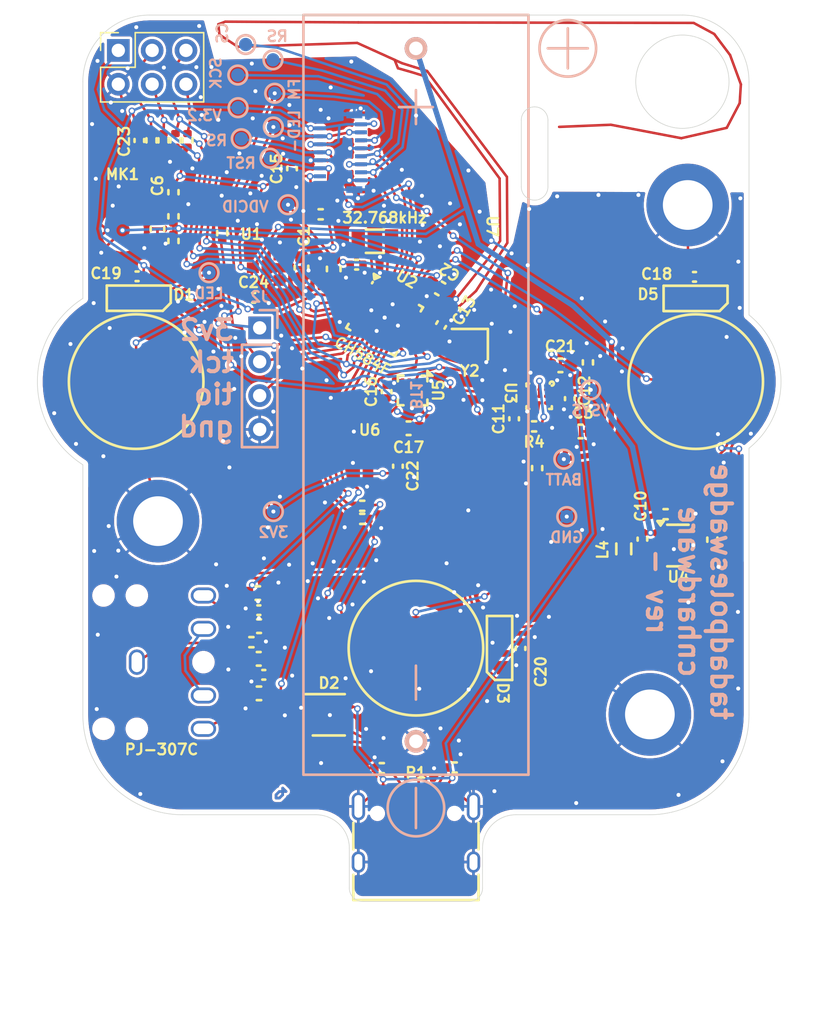
<source format=kicad_pcb>
(kicad_pcb (version 20241229) (generator "pcbnew") (generator_version "9.0")
  (layers (0 "F.Cu" signal) (2 "B.Cu" signal) (13 "F.Paste" user) (15 "B.Paste" user) (5 "F.SilkS" user "F.Silkscreen") (7 "B.SilkS" user "B.Silkscreen") (1 "F.Mask" user) (3 "B.Mask" user) (25 "Edge.Cuts" user))
  (net 0 "")
  (net 1 "GND")
  (net 2 "VDCI")
  (net 3 "+BATT")
  (net 4 "+3V2")
  (net 5 "+2V2")
  (net 6 "Net-(C4-Pad1)")
  (net 7 "Net-(C5-Pad1)")
  (net 8 "Net-(C6-Pad1)")
  (net 9 "Net-(C7-Pad2)")
  (net 10 "Net-(C8-Pad2)")
  (net 11 "VSW")
  (net 12 "+5V")
  (net 13 "VINTA")
  (net 14 "AUDIOP")
  (net 15 "AUDIOM")
  (net 16 "VSYS")
  (net 17 "B0")
  (net 18 "B2")
  (net 19 "Net-(U3-VDD)")
  (net 20 "B1")
  (net 21 "Net-(J1-Pad3)")
  (net 22 "Net-(J1-Pad1)")
  (net 23 "Net-(U2-VSW)")
  (net 24 "PWRINT")
  (net 25 "Net-(U4-SW)")
  (net 26 "BATTMON")
  (net 27 "LCDRESET")
  (net 28 "MIC")
  (net 29 "Net-(U4-FB)")
  (net 30 "LED")
  (net 31 "Net-(U2-PA11)")
  (net 32 "Net-(U2-X32MI)")
  (net 33 "LCDCS")
  (net 34 "LCDSCK")
  (net 35 "LCDRS")
  (net 36 "Net-(P1-DP1)")
  (net 37 "Net-(P1-DN1)")
  (net 38 "SAOG1")
  (net 39 "LCDMOSI")
  (net 40 "LCDFMARK")
  (net 41 "Net-(U2-A10)")
  (net 42 "Net-(U2-X32MO)")
  (net 43 "CC1")
  (net 46 "CC2")
  (net 47 "SDA")
  (net 48 "SCL")
  (net 49 "USB_D+")
  (net 50 "USB_D-")
  (net 51 "LCD_BLD")
  (net 53 "Net-(D1-Pin_2)")
  (net 54 "Net-(D3-Pin_2)")
  (net 56 "PGM_TCK")
  (net 57 "PGM_TIO")
  (net 58 "SAOG2")
  (footprint "cnhardware:R_0402_1005Metric_COMPACT" (layer "F.Cu") (at 197.96 73.86 -90)
    (property "Reference" "R13" (hide yes))
    (property "Value" "100k" (hide yes))
  )
  (footprint "cnhardware:R_0402_1005Metric_COMPACT" (layer "F.Cu") (at 195.35 66.9 90)
    (property "Reference" "R10" (hide yes))
    (property "Value" "5.1kΩ" (hide yes))
  )
  (footprint "Package_LGA:Kionix_LGA-12_2x2mm_P0.5mm_LayoutBorder2x4y" (layer "F.Cu") (at 212.25 85.6625 -90)
    (property "Reference" "U5")
    (property "Value" "KXTJ3-1057")
  )
  (footprint "Swadge_Parts:SOT-23" (layer "F.Cu") (at 201.26 76.46 180)
    (property "Reference" "U1")
    (property "Value" "LN6206P222MR-G")
  )
  (footprint "Swadge_Parts:HCTL HC-FPC-03-10-15RLTAG-TUCKED" (layer "F.Cu") (at 212.648033 80 -90)
    (property "Reference" "U7")
    (property "Value" "RB017A1505A_Connector")
    (fp_line (start -9.61195 -7.759033) (end -14.611949 -7.759033) (stroke (width 0.05)) (layer "Edge.Cuts"))
    (fp_line (start -14.611949 -9.759033) (end -9.611949 -9.759033) (stroke (width 0.05)) (layer "Edge.Cuts"))
    (fp_arc (start -14.611949 -7.759033) (mid -15.319057 -8.051926) (end -15.61195 -8.759033) (stroke (width 0.05)) (layer "Edge.Cuts"))
    (fp_arc (start -15.61195 -8.759033) (mid -15.319056 -9.46614) (end -14.611949 -9.759033) (stroke (width 0.05)) (layer "Edge.Cuts"))
    (fp_arc (start -8.61195 -8.759033) (mid -8.904843 -8.051926) (end -9.61195 -7.759033) (stroke (width 0.05)) (layer "Edge.Cuts"))
    (fp_arc (start -9.611949 -9.759033) (mid -8.904843 -9.46614) (end -8.61195 -8.759033) (stroke (width 0.05)) (layer "Edge.Cuts"))
  )
  (footprint "cnhardware:0.3K-HX-15PWB-LCD-CONNECTOR-TOP" (layer "F.Cu") (at 207.2 67.8 90)
    (property "Reference" "U8" (hide yes))
    (property "Value" "RB017A1505A_Connector")
  )
  (footprint "cnhardware:R_0402_1005Metric_COMPACT" (layer "F.Cu") (at 225.41 83.56 -90)
    (property "Reference" "R8" (hide yes))
    (property "Value" "420k" (hide yes))
  )
  (footprint "Swadge_Parts:PJ-307C" (layer "F.Cu") (at 191.549999 106.049999 90)
    (property "Reference" "J1" (hide yes))
    (property "Value" "PJ-307C")
  )
  (footprint "cnhardware:R_0402_1005Metric_COMPACT" (layer "F.Cu") (at 194.3 72.6 90)
    (property "Reference" "R2" (hide yes))
    (property "Value" "5.1kΩ" (hide yes))
  )
  (footprint "Capacitor_SMD:C_0603_1608Metric" (layer "F.Cu") (at 224.855 88.74)
    (property "Reference" "C3")
    (property "Value" "10μF")
  )
  (footprint "Capacitor_SMD:C_0603_1608Metric" (layer "F.Cu") (at 214.32 78.01 -30)
    (property "Reference" "C2")
    (property "Value" "10μF")
  )
  (footprint "cnhardware:EC3210R-OPSCO-RGB-LED" (layer "F.Cu") (at 191.695 78.4925)
    (property "Reference" "D1")
    (property "Value" "EC3210R")
  )
  (footprint "Capacitor_SMD:C_0402_1005Metric" (layer "F.Cu") (at 208.05 76.23)
    (property "Reference" "C14" (hide yes))
    (property "Value" "100nF" (hide yes))
  )
  (footprint "cnhardware:EC3210R-OPSCO-RGB-LED" (layer "F.Cu") (at 233.49 78.51)
    (property "Reference" "D5")
    (property "Value" "EC3210R")
  )
  (footprint "Capacitor_SMD:C_0402_1005Metric" (layer "F.Cu") (at 229.5 96.82 -90)
    (property "Reference" "C10")
    (property "Value" "0.1u")
  )
  (footprint "cnhardware:R_0402_1005Metric_COMPACT" (layer "F.Cu") (at 194.45 66.9 90)
    (property "Reference" "R9" (hide yes))
    (property "Value" "5.1kΩ" (hide yes))
  )
  (footprint "Capacitor_SMD:C_0402_1005Metric" (layer "F.Cu") (at 200.32 78.71)
    (property "Reference" "C24")
    (property "Value" "1μF")
  )
  (footprint "cnhardware:SMTSO20xx" (layer "F.Cu") (at 232.9 71.75)
    (property "Reference" "J4" (hide yes))
    (property "Value" "MOUNT")
  )
  (footprint "Package_DFN_QFN:VQFN-32-1EP_4x4mm_P0.4mm_EP2.8x2.8mm" (layer "F.Cu") (at 210.151225 80.199775 -30)
    (property "Reference" "U2")
    (property "Value" "CH584F")
  )
  (footprint "cnhardware:WLCSP-9-P0.5mm" (layer "F.Cu") (at 221.75 86.1 -90)
    (property "Reference" "U3")
    (property "Value" "AW32001")
  )
  (footprint "Swadge_Parts:SOT-23" (layer "F.Cu") (at 208.9 90.95 -90)
    (property "Reference" "U6")
    (property "Value" "LN6206P222MR-G")
  )
  (footprint "cnhardware:R_0402_1005Metric_COMPACT" (layer "F.Cu") (at 215.41 113.955 180)
    (property "Reference" "R16" (hide yes))
    (property "Value" "5.1kΩ" (hide yes))
  )
  (footprint "cnhardware:R_0402_1005Metric_COMPACT" (layer "F.Cu") (at 200.15 104.55)
    (property "Reference" "R3" (hide yes))
    (property "Value" "33Ω" (hide yes))
  )
  (footprint "Capacitor_SMD:C_0402_1005Metric" (layer "F.Cu") (at 200.71 102.15 180)
    (property "Reference" "C5" (hide yes))
    (property "Value" "1μF" (hide yes))
  )
  (footprint "Swadge_Parts:INGHAi_MIC_GMI4013S-2C58DB" (layer "F.Cu") (at 190.475 73.65)
    (property "Reference" "MK1")
    (property "Value" "56db")
  )
  (footprint "Capacitor_SMD:C_0402_1005Metric" (layer "F.Cu") (at 220.35 105.02 90)
    (property "Reference" "C20")
    (property "Value" "1μF")
  )
  (footprint "Package_TO_SOT_SMD:SOT-23-5" (layer "F.Cu") (at 232.1625 97.3)
    (property "Reference" "U4")
    (property "Value" "MT3406")
  )
  (footprint "Capacitor_SMD:C_0603_1608Metric" (layer "F.Cu") (at 200.7 105.8 180)
    (property "Reference" "C8" (hide yes))
    (property "Value" "10μF" (hide yes))
  )
  (footprint "Inductor_SMD:L_0805_2012Metric" (layer "F.Cu") (at 228.1 97.55 -90)
    (property "Reference" "L4")
    (property "Value" "3.3uH")
  )
  (footprint "Capacitor_SMD:C_0603_1608Metric" (layer "F.Cu") (at 193.1 73.55 -90)
    (property "Reference" "C6")
    (property "Value" "10μF")
  )
  (footprint "Inductor_SMD:L_0603_1608Metric" (layer "F.Cu") (at 200.6325 100.87)
    (property "Reference" "L3" (hide yes))
    (property "Value" "10uH" (hide yes))
  )
  (footprint "cnhardware:R_0402_1005Metric_COMPACT" (layer "F.Cu") (at 234.75 96.86 90)
    (property "Reference" "R7" (hide yes))
    (property "Value" "100k" (hide yes))
  )
  (footprint "cnhardware:R_0402_1005Metric_COMPACT" (layer "F.Cu") (at 221.6 91.49 -90)
    (property "Reference" "R5" (hide yes))
    (property "Value" "33Ω" (hide yes))
  )
  (footprint "Capacitor_SMD:C_0402_1005Metric" (layer "F.Cu") (at 191.74 66.91 -90)
    (property "Reference" "C23")
    (property "Value" "1μF")
  )
  (footprint "Inductor_SMD:L_0603_1608Metric" (layer "F.Cu") (at 206.33 76.55 -90)
    (property "Reference" "L1" (hide yes))
    (property "Value" "10uH" (hide yes))
  )
  (footprint "Capacitor_SMD:C_0402_1005Metric" (layer "F.Cu") (at 203.2 69.03 90)
    (property "Reference" "C15")
    (property "Value" "1μF")
  )
  (footprint "Capacitor_SMD:C_0603_1608Metric" (layer "F.Cu") (at 223.345 83.78)
    (property "Reference" "C21")
    (property "Value" "10μF")
  )
  (footprint "cnhardware:SMTSO20xx" (layer "F.Cu") (at 193.14 95.47)
    (property "Reference" "J3" (hide yes))
    (property "Value" "MOUNT")
  )
  (footprint "cnhardware:R_0402_1005Metric_COMPACT" (layer "F.Cu") (at 231.24 94.95)
    (property "Reference" "R6" (hide yes))
    (property "Value" "420k" (hide yes))
  )
  (footprint "Crystal:Crystal_SMD_3215-2Pin_3.2x1.5mm" (layer "F.Cu") (at 209.42 74.47 180)
    (property "Reference" "Y1" (hide yes))
    (property "Value" "32.768kHz")
  )
  (footprint "cnhardware:SMTSO20xx" (layer "F.Cu") (at 230.06 109.97)
    (property "Reference" "J5" (hide yes))
    (property "Value" "MOUNT")
  )
  (footprint "Capacitor_SMD:C_0603_1608Metric" (layer "F.Cu") (at 211.95 88.5 180)
    (property "Reference" "C17")
    (property "Value" "10μF")
  )
  (footprint "Swadge_Parts:SOT-143" (layer "F.Cu") (at 205.96 110)
    (property "Reference" "D2")
    (property "Value" "SP0503BAHT")
  )
  (footprint "Swadge_Parts:USB_C_Receptacle_HRO_TYPE-C-31-M-12" (layer "F.Cu") (at 212.5 120)
    (property "Reference" "P1")
    (property "Value" "USB_C_Plug_USB2.0")
  )
  (footprint "Connector_PinSocket_2.54mm:PinSocket_2x03_P2.54mm_Vertical" (layer "F.Cu") (at 190.16 60.15 90)
    (property "Reference" "J6" (hide yes))
    (property "Value" "SAO")
  )
  (footprint "Capacitor_SMD:C_0402_1005Metric" (layer "F.Cu") (at 219.87 87.79 90)
    (property "Reference" "C11")
    (property "Value" "1u")
  )
  (footprint "cnhardware:R_0402_1005Metric_COMPACT" (layer "F.Cu") (at 192.65 66.9 90)
    (property "Reference" "R11" (hide yes))
    (property "Value" "5.1kΩ" (hide yes))
  )
  (footprint "Inductor_SMD:L_0603_1608Metric" (layer "F.Cu") (at 200.72 108.39)
    (property "Reference" "L2" (hide yes))
    (property "Value" "10uH" (hide yes))
  )
  (footprint "Capacitor_SMD:C_0402_1005Metric" (layer "F.Cu") (at 214.39 80.75 60)
    (property "Reference" "C13")
    (property "Value" "1μF")
  )
  (footprint "cnhardware:R_0402_1005Metric_COMPACT" (layer "F.Cu") (at 194.3 74.45 90)
    (property "Reference" "C9" (hide yes))
    (property "Value" "4.7nF" (hide yes))
  )
  (footprint "cnhardware:EC3210R-OPSCO-RGB-LED" (layer "F.Cu") (at 219.0275 104.985 -90)
    (property "Reference" "D3")
    (property "Value" "EC3210R")
  )
  (footprint "cnhardware:R_0402_1005Metric_COMPACT" (layer "F.Cu") (at 208.47 95.3)
    (property "Reference" "R18" (hide yes))
    (property "Value" "33Ω" (hide yes))
  )
  (footprint "Capacitor_SMD:C_0402_1005Metric" (layer "F.Cu") (at 211.15 91.35 90)
    (property "Reference" "C22")
    (property "Value" "1μF")
  )
  (footprint "cnhardware:BTC007_Button_Silicone" (layer "F.Cu") (at 233.5 85 90)
    (property "Reference" "SW3" (hide yes))
    (property "Value" "SILICONE" (hide yes))
  )
  (footprint "cnhardware:R_0402_1005Metric_COMPACT" (layer "F.Cu") (at 194.3 70.79 90)
    (property "Reference" "R1" (hide yes))
    (property "Value" "33Ω" (hide yes))
  )
  (footprint "cnhardware:R_0402_1005Metric_COMPACT" (layer "F.Cu") (at 193.55 66.9 90)
    (property "Reference" "R12" (hide yes))
    (property "Value" "5.1kΩ" (hide yes))
  )
  (footprint "cnhardware:R_0402_1005Metric_COMPACT" (layer "F.Cu") (at 205.35 72.45)
    (property "Reference" "R14" (hide yes))
    (property "Value" "5.1kΩ" (hide yes))
  )
  (footprint "cnhardware:BTC007_Button_Silicone" (layer "F.Cu") (at 191.5 85)
    (property "Reference" "SW2" (hide yes))
    (property "Value" "SILICONE" (hide yes))
  )
  (footprint "Capacitor_SMD:C_0603_1608Metric" (layer "F.Cu") (at 203.91 76.45 -90)
    (property "Reference" "C1")
    (property "Value" "10μF")
  )
  (footprint "Resistor_SMD:R_0402_1005Metric" (layer "F.Cu") (at 221.37 88.36 180)
    (property "Reference" "R4")
    (property "Value" "5.1k")
  )
  (footprint "cnhardware:R_0402_1005Metric_COMPACT" (layer "F.Cu") (at 208.469999 94.32)
    (property "Reference" "R17" (hide yes))
    (property "Value" "33Ω" (hide yes))
  )
  (footprint "cnhardware:R_0402_1005Metric_COMPACT" (layer "F.Cu") (at 209.94 114.005)
    (property "Reference" "R15" (hide yes))
    (property "Value" "5.1kΩ" (hide yes))
  )
  (footprint "cnhardware:BTC007_Button_Silicone" (layer "F.Cu") (at 212.5 105)
    (property "Reference" "SW1" (hide yes))
    (property "Value" "SILICONE" (hide yes))
  )
  (footprint "Capacitor_SMD:C_0402_1005Metric" (layer "F.Cu") (at 191.57 77.1 180)
    (property "Reference" "C19")
    (property "Value" "1μF")
  )
  (footprint "Capacitor_SMD:C_0402_1005Metric" (layer "F.Cu") (at 224.05 86.28 -90)
    (property "Reference" "C12")
    (property "Value" "1u")
  )
  (footprint "Capacitor_SMD:C_0603_1608Metric" (layer "F.Cu") (at 200.725 103.35 180)
    (property "Reference" "C7" (hide yes))
    (property "Value" "10μF" (hide yes))
  )
  (footprint "Capacitor_SMD:C_0402_1005Metric" (layer "F.Cu") (at 201.08 107 180)
    (property "Reference" "C4" (hide yes))
    (property "Value" "1μF" (hide yes))
  )
  (footprint "Capacitor_SMD:C_0402_1005Metric" (layer "F.Cu") (at 210.3 85.75 90)
    (property "Reference" "C16")
    (property "Value" "100nF")
  )
  (footprint "Capacitor_SMD:C_0402_1005Metric" (layer "F.Cu") (at 233.41 77.14 180)
    (property "Reference" "C18")
    (property "Value" "1μF")
  )
  (footprint "Crystal:Crystal_SMD_2016-4Pin_2.0x1.6mm" (layer "F.Cu") (at 216.55 82.2 180)
    (property "Reference" "Y2")
    (property "Value" "32MHz")
  )
  (footprint "cnhardware:2460" (layer "B.Cu") (at 212.5 85.995 90)
    (property "Reference" "BT1")
    (property "Value" "Battery" (hide yes))
  )
  (footprint "TestPoint:TestPoint_Pad_D1.0mm" (layer "B.Cu") (at 201.55 68.24 180)
    (property "Reference" "TP14" (hide yes))
    (property "Value" "RST")
  )
  (footprint "Connector_PinHeader_2.54mm:PinHeader_1x04_P2.54mm_Vertical" (layer "B.Cu") (at 200.77 80.97 180)
    (property "Reference" "J2")
    (property "Value" "PGM")
  )
  (footprint "TestPoint:TestPoint_Pad_D1.0mm" (layer "B.Cu") (at 201.77 60.86 180)
    (property "Reference" "TP13" (hide yes))
    (property "Value" "RS")
  )
  (footprint "TestPoint:TestPoint_Pad_D1.0mm" (layer "B.Cu") (at 225.62 85.62 180)
    (property "Reference" "TP4" (hide yes))
    (property "Value" "VSYS")
  )
  (footprint "TestPoint:TestPoint_Pad_D1.0mm" (layer "B.Cu") (at 199.39 66.78 180)
    (property "Reference" "TP10" (hide yes))
    (property "Value" "RS")
  )
  (footprint "TestPoint:TestPoint_Pad_D1.0mm" (layer "B.Cu") (at 199.72 59.71 -90)
    (property "Reference" "TP12" (hide yes))
    (property "Value" "CS")
  )
  (footprint "TestPoint:TestPoint_Pad_D1.0mm" (layer "B.Cu") (at 201.9 63.37 -90)
    (property "Reference" "TP9" (hide yes))
    (property "Value" "FM")
  )
  (footprint "TestPoint:TestPoint_Pad_D1.0mm" (layer "B.Cu") (at 202.9 71.73 180)
    (property "Reference" "TP1" (hide yes))
    (property "Value" "VDCID")
  )
  (footprint "TestPoint:TestPoint_Pad_D1.0mm" (layer "B.Cu") (at 199.15 64.45 180)
    (property "Reference" "TP7" (hide yes))
    (property "Value" "V3.2")
  )
  (footprint "TestPoint:TestPoint_Pad_D1.0mm" (layer "B.Cu") (at 223.82 95.13 180)
    (property "Reference" "TP3" (hide yes))
    (property "Value" "GND")
  )
  (footprint "TestPoint:TestPoint_Pad_D1.0mm" (layer "B.Cu") (at 201.8 65.9 180)
    (property "Reference" "TP6" (hide yes))
    (property "Value" "LED-")
  )
  (footprint "TestPoint:TestPoint_Pad_D1.0mm" (layer "B.Cu") (at 223.6 90.82 180)
    (property "Reference" "TP2" (hide yes))
    (property "Value" "BATT")
  )
  (footprint "TestPoint:TestPoint_Pad_D1.0mm" (layer "B.Cu") (at 199.13 62 -90)
    (property "Reference" "TP11" (hide yes))
    (property "Value" "SCK")
  )
  (footprint "TestPoint:TestPoint_Pad_D1.0mm" (layer "B.Cu") (at 201.8 94.75 180)
    (property "Reference" "TP5" (hide yes))
    (property "Value" "3V2")
  )
  (footprint "TestPoint:TestPoint_Pad_D1.0mm" (layer "B.Cu") (at 196.97 76.83 180)
    (property "Reference" "TP8" (hide yes))
    (property "Value" "LED")
  )
  (gr_line (start 202 116) (end 202.25 115.75) (stroke (width 0.2)) (layer "F.Cu"))
  (gr_line (start 202.25 115.75) (end 202.75 115.75) (stroke (width 0.2)) (layer "F.Cu"))
  (gr_line (start 202 116.25) (end 202 116) (stroke (width 0.2)) (layer "F.Cu"))
  (gr_line (start 202.5 115.5) (end 202.5 116) (stroke (width 0.2)) (layer "F.Cu"))
  (gr_line (start 202.75 115.75) (end 202.5 115.5) (stroke (width 0.2)) (layer "F.Cu"))
  (gr_line (start 202.25 116.25) (end 202 116.25) (stroke (width 0.2)) (layer "F.Cu"))
  (gr_line (start 202.5 116) (end 202.25 116.25) (stroke (width 0.2)) (layer "F.Cu"))
  (gr_line (start 202.5 116) (end 202.5 115.5) (stroke (width 0.2)) (layer "B.Cu"))
  (gr_line (start 202.25 115.75) (end 202 116) (stroke (width 0.2)) (layer "B.Cu"))
  (gr_line (start 202.75 115.75) (end 202.25 115.75) (stroke (width 0.2)) (layer "B.Cu"))
  (gr_line (start 202 116.25) (end 202.25 116.25) (stroke (width 0.2)) (layer "B.Cu"))
  (gr_line (start 202 116) (end 202 116.25) (stroke (width 0.2)) (layer "B.Cu"))
  (gr_line (start 202.25 116.25) (end 202.5 116) (stroke (width 0.2)) (layer "B.Cu"))
  (gr_line (start 202.5 115.5) (end 202.75 115.75) (stroke (width 0.2)) (layer "B.Cu"))
  (gr_arc (start 195 117.5) (mid 189.696699 115.303301) (end 187.5 110) (stroke (width 0.05)) (layer "Edge.Cuts"))
  (gr_line (start 237.500001 90.000001) (end 237.500001 110.000001) (stroke (width 0.05)) (layer "Edge.Cuts"))
  (gr_line (start 207.5 120) (end 207.5 123) (stroke (width 0.05)) (layer "Edge.Cuts"))
  (gr_circle (center 232.5 62.5) (end 236 62.5) (stroke (width 0.05)) (fill no) (layer "Edge.Cuts"))
  (gr_line (start 237.5 62.5) (end 237.5 79.999999) (stroke (width 0.05)) (layer "Edge.Cuts"))
  (gr_line (start 205 117.5) (end 195 117.5) (stroke (width 0.05)) (layer "Edge.Cuts"))
  (gr_arc (start 237.5 110) (mid 235.303301 115.303301) (end 230 117.5) (stroke (width 0.05)) (layer "Edge.Cuts"))
  (gr_arc (start 217.5 120) (mid 218.232233 118.232233) (end 220 117.5) (stroke (width 0.05)) (layer "Edge.Cuts"))
  (gr_line (start 217.5 120) (end 217.5 123) (stroke (width 0.05)) (layer "Edge.Cuts"))
  (gr_line (start 208.5 124) (end 216.5 124) (stroke (width 0.05)) (layer "Edge.Cuts"))
  (gr_arc (start 187.5 62.5) (mid 188.964466 58.964466) (end 192.5 57.5) (stroke (width 0.05)) (layer "Edge.Cuts"))
  (gr_line (start 230 117.5) (end 220 117.5) (stroke (width 0.05)) (layer "Edge.Cuts"))
  (gr_arc (start 208.5 124) (mid 207.792893 123.707107) (end 207.5 123) (stroke (width 0.05)) (layer "Edge.Cuts"))
  (gr_line (start 232.5 57.5) (end 192.5 57.5) (stroke (width 0.05)) (layer "Edge.Cuts"))
  (gr_arc (start 237.5 80.000001) (mid 239.903123 85.000001) (end 237.499998 90) (stroke (width 0.05)) (layer "Edge.Cuts"))
  (gr_arc (start 232.5 57.5) (mid 236.035534 58.964466) (end 237.5 62.5) (stroke (width 0.05)) (layer "Edge.Cuts"))
  (gr_arc (start 217.5 123) (mid 217.207107 123.707107) (end 216.5 124) (stroke (width 0.05)) (layer "Edge.Cuts"))
  (gr_arc (start 205 117.5) (mid 206.767767 118.232233) (end 207.5 120) (stroke (width 0.05)) (layer "Edge.Cuts"))
  (gr_line (start 187.5 110) (end 187.500003 91.240376) (stroke (width 0.05)) (layer "Edge.Cuts"))
  (gr_arc (start 187.500001 91.240376) (mid 184.087694 85.000001) (end 187.499999 78.759626) (stroke (width 0.05)) (layer "Edge.Cuts"))
  (gr_line (start 187.5 78.759626) (end 187.5 62.5) (stroke (width 0.05)) (layer "Edge.Cuts"))
  (gr_text "tadadpoleswadge\ncnhardware\nrev -" (at 233 100.75 270) (layer "B.SilkS") (effects (font (size 1.5 1.5) (thickness 0.3) (bold yes)) (justify mirror)))
  (gr_text "3v2\ntck\ntio\ngnd" (at 199 89.25 0) (layer "B.SilkS") (effects (font (size 1.5 1.5) (thickness 0.3) (bold yes)) (justify left bottom mirror)))
  (segment (start 198.3 100.32) (end 199.95 99.75) (width 0.19) (layer "F.Cu") (net 1))
  (segment (start 211.8 85.9) (end 212 86.1) (width 0.19) (layer "F.Cu") (net 1))
  (segment (start 218.82 74.44) (end 218.78 69.76) (width 0.19) (layer "F.Cu") (net 1))
  (segment (start 204.6 68.4) (end 205.3 68.4) (width 0.19) (layer "F.Cu") (net 1))
  (segment (start 214.99117 78.3975) (end 213.31 78.59) (width 0.19) (layer "F.Cu") (net 1))
  (segment (start 202.25 62.06) (end 198.58 62.59) (width 0.19) (layer "F.Cu") (net 1))
  (segment (start 210.3 85.27) (end 210.86 85.11) (width 0.19) (layer "F.Cu") (net 1))
  (segment (start 234.75 97.37) (end 233.32 97.27) (width 0.19) (layer "F.Cu") (net 1))
  (segment (start 208.2 70.7) (end 207.5 69.9) (width 0.19) (layer "F.Cu") (net 1))
  (segment (start 219.0275 104.575) (end 218.25 104.59) (width 0.19) (layer "F.Cu") (net 1))
  (segment (start 209.43 114.005) (end 209.25 115.955) (width 0.19) (layer "F.Cu") (net 1))
  (segment (start 236.08 60.5) (end 236.89 62.7) (width 0.19) (layer "F.Cu") (net 1))
  (segment (start 219.87 87.31) (end 220.85 87.24) (width 0.19) (layer "F.Cu") (net 1))
  (segment (start 220.35 104.54) (end 219.0275 104.575) (width 0.19) (layer "F.Cu") (net 1))
  (segment (start 208.53 76.23) (end 208.02 75.76) (width 0.19) (layer "F.Cu") (net 1))
  (segment (start 216.82 116.87) (end 215.75 115.955) (width 0.19) (layer "F.Cu") (net 1))
  (segment (start 191.903476 89.31) (end 193.14 95.47) (width 0.19) (layer "F.Cu") (net 1))
  (segment (start 211.15 90.87) (end 212.78 91.56) (width 0.19) (layer "F.Cu") (net 1))
  (segment (start 191.28 79.59) (end 188.14 83.34) (width 0.19) (layer "F.Cu") (net 1))
  (segment (start 207.35 72.99) (end 207.98 72.1) (width 0.19) (layer "F.Cu") (net 1))
  (segment (start 192.15 68.73) (end 190.187879 70.357879) (width 0.19) (layer "F.Cu") (net 1))
  (segment (start 235.83 65.96) (end 232.42 66.74) (width 0.19) (layer "F.Cu") (net 1))
  (segment (start 213.01 80.24) (end 213.54 80.13) (width 0.19) (layer "F.Cu") (net 1))
  (segment (start 189.11 87.85) (end 191.903476 89.31) (width 0.19) (layer "F.Cu") (net 1))
  (segment (start 190.187879 70.357879) (end 188.98 71.36) (width 0.19) (layer "F.Cu") (net 1))
  (segment (start 204.86 109.23) (end 203.88 109.47) (width 0.19) (layer "F.Cu") (net 1))
  (segment (start 191.09 77.1) (end 191.12 75.64) (width 0.19) (layer "F.Cu") (net 1))
  (segment (start 223.82 95.13) (end 222.65 97.03) (width 0.19) (layer "F.Cu") (net 1))
  (segment (start 202.1 68.96) (end 200.92 69.56) (width 0.19) (layer "F.Cu") (net 1))
  (segment (start 221.42 104.17) (end 220.35 104.54) (width 0.19) (layer "F.Cu") (net 1))
  (segment (start 211.15 90.87) (end 209.85 89.95) (width 0.19) (layer "F.Cu") (net 1))
  (segment (start 200.23 102.15) (end 199.72 102.02) (width 0.19) (layer "F.Cu") (net 1))
  (segment (start 208.84 67.54) (end 208.35 67.5) (width 0.19) (layer "F.Cu") (net 1))
  (segment (start 192.111502 74.981502) (end 191.12 75.64) (width 0.19) (layer "F.Cu") (net 1))
  (segment (start 209.65 67.36) (end 208.84 67.54) (width 0.19) (layer "F.Cu") (net 1))
  (segment (start 210.26 67.02) (end 209.65 67.36) (width 0.19) (layer "F.Cu") (net 1))
  (segment (start 208.53 76.23) (end 208.65 76.83) (width 0.19) (layer "F.Cu") (net 1))
  (segment (start 208.18 116.87) (end 209.25 115.955) (width 0.19) (layer "F.Cu") (net 1))
  (segment (start 208.18 121.05) (end 208.18 116.87) (width 0.19) (layer "F.Cu") (net 1))
  (segment (start 208.35 67.5) (end 207.55 67.5) (width 0.19) (layer "F.Cu") (net 1))
  (segment (start 208.35 64.5) (end 208.2 64.9) (width 0.19) (layer "F.Cu") (net 1))
  (segment (start 218.15 74.42) (end 216.09 77.03) (width 0.19) (layer "F.Cu") (net 1))
  (segment (start 212.78 91.56) (end 216.43 94.66) (width 0.19) (layer "F.Cu") (net 1))
  (segment (start 200.6 107) (end 200.15 107.5) (width 0.19) (layer "F.Cu") (net 1))
  (segment (start 190.16 62.69) (end 191.399942 67.780058) (width 0.19) (layer "F.Cu") (net 1))
  (segment (start 235.1 81.61) (end 233.17 79.41) (width 0.19) (layer "F.Cu") (net 1))
  (segment (start 191.12 75.64) (end 188.88 75.329697) (width 0.19) (layer "F.Cu") (net 1))
  (segment (start 215.75 115.955) (end 216.05 114.51) (width 0.19) (layer "F.Cu") (net 1))
  (segment (start 199.95 99.75) (end 201.01 99.72) (width 0.19) (layer "F.Cu") (net 1))
  (segment (start 213.14 62.08) (end 212.17 61.78) (width 0.19) (layer "F.Cu") (net 1))
  (segment (start 208.09 59.59) (end 199.13 59.88) (width 0.19) (layer "F.Cu") (net 1))
  (segment (start 229.5 97.3) (end 231.025 97.3) (width 0.19) (layer "F.Cu") (net 1))
  (segment (start 193.711444 74.648556) (end 193.1 74.325) (width 0.19) (layer "F.Cu") (net 1))
  (segment (start 194.04 68.51) (end 192.15 68.73) (width 0.19) (layer "F.Cu") (net 1))
  (segment (start 229.5 97.3) (end 228.42 97.58) (width 0.19) (layer "F.Cu") (net 1))
  (segment (start 188.81 75.32) (end 188.69 74.16) (width 0.19) (layer "F.Cu") (net 1))
  (segment (start 211.15 61.49) (end 210.89918 60.86082) (width 0.19) (layer "F.Cu") (net 1))
  (segment (start 218.78 69.76) (end 213.14 62.08) (width 0.19) (layer "F.Cu") (net 1))
  (segment (start 207.84 75.62) (end 207.51 75.61) (width 0.19) (layer "F.Cu") (net 1))
  (segment (start 215.77 79.33) (end 217.01 78.2) (width 0.19) (layer "F.Cu") (net 1))
  (segment (start 188.14 83.34) (end 188.06 85.33) (width 0.19) (layer "F.Cu") (net 1))
  (segment (start 216.05 114.51) (end 215.92 113.955) (width 0.19) (layer "F.Cu") (net 1))
  (segment (start 216.82 121.05) (end 216.82 116.87) (width 0.19) (layer "F.Cu") (net 1))
  (segment (start 236.27 84.87) (end 236.84 84.86) (width 0.19) (layer "F.Cu") (net 1))
  (segment (start 232.9 71.75) (end 232.93 77.14) (width 0.19) (layer "F.Cu") (net 1))
  (segment (start 219.33 69.64) (end 213.34 61.7) (width 0.19) (layer "F.Cu") (net 1))
  (segment (start 223.61 87.08) (end 224.05 86.76) (width 0.19) (layer "F.Cu") (net 1))
  (segment (start 214.34286 111.01714) (end 212.75 108.05) (width 0.19) (layer "F.Cu") (net 1))
  (segment (start 191.74 67.39) (end 191.399942 67.780058) (width 0.19) (layer "F.Cu") (net 1))
  (segment (start 215.92 113.955) (end 215.558463 113.281537) (width 0.19) (layer "F.Cu") (net 1))
  (segment (start 207.28 75.42) (end 207.35 72.99) (width 0.19) (layer "F.Cu") (net 1))
  (segment (start 203.2 68.55) (end 202.1 68.96) (width 0.19) (layer "F.Cu") (net 1))
  (segment (start 191.5 87.3) (end 191.903476 89.31) (width 0.19) (layer "F.Cu") (net 1))
  (segment (start 203.91 77.225) (end 202.26 77.41) (width 0.19) (layer "F.Cu") (net 1))
  (segment (start 232.42 66.74) (end 227.13 65.73) (width 0.19) (layer "F.Cu") (net 1))
  (segment (start 228.42 97.58) (end 222.65 97.03) (width 0.19) (layer "F.Cu") (net 1))
  (segment (start 193.1 74.325) (end 192.111502 74.981502) (width 0.19) (layer "F.Cu") (net 1))
  (segment (start 233.343139 58.088908) (end 234.89 58.92) (width 0.19) (layer "F.Cu") (net 1))
  (segment (start 205.35 64.61) (end 202.25 62.06) (width 0.19) (layer "F.Cu") (net 1))
  (segment (start 211.4875 85.9125) (end 211.8 85.9) (width 0.19) (layer "F.Cu") (net 1))
  (segment (start 188.88 75.329697) (end 188.81 75.32) (width 0.19) (layer "F.Cu") (net 1))
  (segment (start 199.13 59.88) (end 197.75 58.97) (width 0.19) (layer "F.Cu") (net 1))
  (segment (start 191.285 78.4925) (end 191.28 79.59) (width 0.19) (layer "F.Cu") (net 1))
  (segment (start 204.44 76.66) (end 203.91 77.225) (width 0.19) (layer "F.Cu") (net 1))
  (segment (start 214.89 84.36) (end 217.48 84.89) (width 0.19) (layer "F.Cu") (net 1))
  (segment (start 203.91 77.225) (end 204.21 78.21) (width 0.19) (layer "F.Cu") (net 1))
  (segment (start 208.17 58.05) (end 233.343139 58.088908) (width 0.19) (layer "F.Cu") (net 1))
  (segment (start 195.19 73.68) (end 195.415535 71.69) (width 0.19) (layer "F.Cu") (net 1))
  (segment (start 188.79 73.15) (end 189.35 73.65) (width 0.19) (layer "F.Cu") (net 1))
  (segment (start 214.89 79.49) (end 215.77 79.33) (width 0.19) (layer "F.Cu") (net 1))
  (segment (start 201.24 104.5) (end 200.66 104.55) (width 0.19) (layer "F.Cu") (net 1))
  (segment (start 188.98 71.36) (end 188.79 73.15) (width 0.19) (layer "F.Cu") (net 1))
  (segment (start 217.78 83.54) (end 217.25 82.75) (width 0.19) (layer "F.Cu") (net 1))
  (segment (start 201.01 99.72) (end 202.18 100.08) (width 0.19) (layer "F.Cu") (net 1))
  (segment (start 209.43 114.005) (end 205.38 113.62) (width 0.19) (layer "F.Cu") (net 1))
  (segment (start 207.98 72.1) (end 208.15 71.25) (width 0.19) (layer "F.Cu") (net 1))
  (segment (start 215.558463 113.281537) (end 215.85 112.96) (width 0.19) (layer "F.Cu") (net 1))
  (segment (start 236.89 62.7) (end 236.8 64.11) (width 0.19) (layer "F.Cu") (net 1))
  (segment (start 198.3 69.288259) (end 197.92 71.05) (width 0.19) (layer "F.Cu") (net 1))
  (segment (start 233.17 79.41) (end 233.08 78.51) (width 0.19) (layer "F.Cu") (net 1))
  (segment (start 212.17 61.78) (end 211.15 61.49) (width 0.19) (layer "F.Cu") (net 1))
  (segment (start 217.86 75.86) (end 218.82 74.44) (width 0.19) (layer "F.Cu") (net 1))
  (segment (start 194.3 74.96) (end 194.66 74.58) (width 0.19) (layer "F.Cu") (net 1))
  (segment (start 224.12 83.78) (end 224.08 84.52) (width 0.19) (layer "F.Cu") (net 1))
  (segment (start 188.69 74.16) (end 189.35 73.65) (width 0.19) (layer "F.Cu") (net 1))
  (segment (start 215.02 81.99) (end 215.85 81.65) (width 0.19) (layer "F.Cu") (net 1))
  (segment (start 203.2 68.55) (end 204.6 68.4) (width 0.19) (layer "F.Cu") (net 1))
  (segment (start 236.84 84.86) (end 236.65 83.57) (width 0.19) (layer "F.Cu") (net 1))
  (segment (start 195.415535 71.69) (end 195.72 69.003559) (width 0.19) (layer "F.Cu") (net 1))
  (segment (start 212 86.1) (end 212 86.425) (width 0.19) (layer "F.Cu") (net 1))
  (segment (start 216.09 77.03) (end 214.99117 78.3975) (width 0.19) (layer "F.Cu") (net 1))
  (segment (start 212.57245 79.981089) (end 213.01 80.24) (width 0.19) (layer "F.Cu") (net 1))
  (segment (start 213 84.9) (end 213.64 84.95) (width 0.19) (layer "F.Cu") (net 1))
  (segment (start 208.35 69.9) (end 207.5 69.9) (width 0.19) (layer "F.Cu") (net 1))
  (segment (start 214.2 79.4) (end 214.89 79.49) (width 0.19) (layer "F.Cu") (net 1))
  (segment (start 208.2 64.9) (end 209.96 65.13) (width 0.19) (layer "F.Cu") (net 1))
  (segment (start 210.89918 60.86082) (end 208.09 59.59) (width 0.19) (layer "F.Cu") (net 1))
  (segment (start 212.2 87) (end 212 86.425) (width 0.19) (layer "F.Cu") (net 1))
  (segment (start 194.3 74.96) (end 193.711444 74.648556) (width 0.19) (layer "F.Cu") (net 1))
  (segment (start 202.26 77.41) (end 200.8 78.71) (width 0.19) (layer "F.Cu") (net 1))
  (segment (start 198.19 57.995) (end 208.17 58.05) (width 0.19) (layer "F.Cu") (net 1))
  (segment (start 212.37 61.397196) (end 211.45 61.11) (width 0.19) (layer "F.Cu") (net 1))
  (segment (start 236.65 83.57) (end 235.82 81.65) (width 0.19) (layer "F.Cu") (net 1))
  (segment (start 209.85 89.95) (end 212.2 87) (width 0.19) (layer "F.Cu") (net 1))
  (segment (start 233.08 78.51) (end 232.93 77.14) (width 0.19) (layer "F.Cu") (net 1))
  (segment (start 224.05 86.76) (end 225.63 88.74) (width 0.19) (layer "F.Cu") (net 1))
  (segment (start 236.8 64.11) (end 235.83 65.96) (width 0.19) (layer "F.Cu") (net 1))
  (segment (start 235.8 85) (end 236.27 84.87) (width 0.19) (layer "F.Cu") (net 1))
  (segment (start 209.96 65.13) (end 210.37 65.72) (width 0.19) (layer "F.Cu") (net 1))
  (segment (start 215.558463 113.281537) (end 214.34286 111.01714) (width 0.19) (layer "F.Cu") (net 1))
  (segment (start 208.15 71.25) (end 208.2 70.7) (width 0.19) (layer "F.Cu") (net 1))
  (segment (start 198.58 62.59) (end 197.67 65.36) (width 0.19) (layer "F.Cu") (net 1))
  (segment (start 213.64 84.95) (end 214.89 84.36) (width 0.19) (layer "F.Cu") (net 1))
  (segment (start 197.67 58.19) (end 198.19 57.995) (width 0.19) (layer "F.Cu") (net 1))
  (segment (start 188.31 79.11) (end 185.57 81.85) (width 0.19) (layer "F.Cu") (net 1))
  (segment (start 215.48 78.82) (end 217.86 75.86) (width 0.19) (layer "F.Cu") (net 1))
  (segment (start 213.54 80.13) (end 213.78 79.7) (width 0.19) (layer "F.Cu") (net 1))
  (segment (start 227.13 65.73) (end 223.25 65.89) (width 0.19) (layer "F.Cu") (net 1))
  (segment (start 190.187879 70.357879) (end 188.47 69.78) (width 0.19) (layer "F.Cu") (net 1))
  (segment (start 221.25 86.6) (end 220.85 87.24) (width 0.19) (layer "F.Cu") (net 1))
  (segment (start 212.2 87) (end 212.5 86.425) (width 0.19) (layer "F.Cu") (net 1))
  (segment (start 214.99117 78.3975) (end 215.48 78.82) (width 0.19) (layer "F.Cu") (net 1))
  (segment (start 212.75 108.05) (end 212.5 107.3) (width 0.19) (layer "F.Cu") (net 1))
  (segment (start 219.36 74.59) (end 219.33 69.64) (width 0.19) (layer "F.Cu") (net 1))
  (segment (start 207.51 75.61) (end 207.28 75.42) (width 0.19) (layer "F.Cu") (net 1))
  (segment (start 185.57 81.85) (end 185.35 87.37) (width 0.19) (layer "F.Cu") (net 1))
  (segment (start 210.37 65.72) (end 210.26 67.02) (width 0.19) (layer "F.Cu") (net 1))
  (segment (start 231.86 97.57) (end 231.025 97.3) (width 0.19) (layer "F.Cu") (net 1))
  (segment (start 197.75 58.97) (end 197.67 58.19) (width 0.19) (layer "F.Cu") (net 1))
  (segment (start 191.399942 67.780058) (end 192.15 68.73) (width 0.19) (layer "F.Cu") (net 1))
  (segment (start 234.89 58.92) (end 236.08 60.5) (width 0.19) (layer "F.Cu") (net 1))
  (segment (start 191.09 77.1) (end 191.285 78.4925) (width 0.19) (layer "F.Cu") (net 1))
  (segment (start 208.02 75.76) (end 207.84 75.62) (width 0.19) (layer "F.Cu") (net 1))
  (segment (start 211.5 84.9) (end 210.86 85.11) (width 0.19) (layer "F.Cu") (net 1))
  (segment (start 194.66 74.58) (end 195.19 73.68) (width 0.19) (layer "F.Cu") (net 1))
  (segment (start 214.63 80.334308) (end 215.15 80.4) (width 0.19) (layer "F.Cu") (net 1))
  (segment (start 213.78 79.7) (end 214.2 79.4) (width 0.19) (layer "F.Cu") (net 1))
  (segment (start 217.01 78.2) (end 219.36 74.59) (width 0.19) (layer "F.Cu") (net 1))
  (segment (start 211.45 61.11) (end 210.89918 60.86082) (width 0.19) (layer "F.Cu") (net 1))
  (segment (start 188.06 85.33) (end 189.11 87.85) (width 0.19) (layer "F.Cu") (net 1))
  (segment (start 213.34 61.7) (end 212.37 61.397196) (width 0.19) (layer "F.Cu") (net 1))
  (segment (start 215.85 81.65) (end 217.25 82.75) (width 0.19) (layer "F.Cu") (net 1))
  (via (at 224.53 116.62) (size 0.5) (drill 0.3) (layers "F.Cu" "B.Cu") (net 1))
  (via (at 199.13 72.93) (size 0.5) (drill 0.3) (layers "F.Cu" "B.Cu") (net 1))
  (via (at 191.81 115.94) (size 0.5) (drill 0.3) (layers "F.Cu" "B.Cu") (net 1))
  (via (at 216.07 86.37) (size 0.5) (drill 0.3) (layers "F.Cu" "B.Cu") (net 1))
  (via (at 204.25 74.51) (size 0.5) (drill 0.3) (layers "F.Cu" "B.Cu") (net 1))
  (via (at 204.44 76.66) (size 0.5) (drill 0.3) (layers "F.Cu" "B.Cu") (net 1))
  (via (at 204.38 99.97) (size 0.5) (drill 0.3) (layers "F.Cu" "B.Cu") (net 1))
  (via (at 221.42 104.17) (size 0.5) (drill 0.3) (layers "F.Cu" "B.Cu") (net 1))
  (via (at 203.52 70.41) (size 0.5) (drill 0.3) (layers "F.Cu" "B.Cu") (net 1))
  (via (at 220.76 92.64) (size 0.5) (drill 0.3) (layers "F.Cu" "B.Cu") (net 1))
  (via (at 215.93 80.12) (size 0.5) (drill 0.3) (layers "F.Cu" "B.Cu") (net 1))
  (via (at 222.72 88.47) (size 0.5) (drill 0.3) (layers "F.Cu" "B.Cu") (net 1))
  (via (at 199.39 83.1) (size 0.5) (drill 0.3) (layers "F.Cu" "B.Cu") (net 1))
  (via (at 200.65 101.49) (size 0.5) (drill 0.3) (layers "F.Cu" "B.Cu") (net 1))
  (via (at 198.41 103.4) (size 0.5) (drill 0.3) (layers "F.Cu" "B.Cu") (net 1))
  (via (at 235.51 113.49) (size 0.5) (drill 0.3) (layers "F.Cu" "B.Cu") (net 1))
  (via (at 199.25 67.88) (size 0.5) (drill 0.3) (layers "F.Cu" "B.Cu") (net 1))
  (via (at 186.57 82.18) (size 0.5) (drill 0.3) (layers "F.Cu" "B.Cu") (net 1))
  (via (at 208.76 111.06) (size 0.5) (drill 0.3) (layers "F.Cu" "B.Cu") (net 1))
  (via (at 219.18 84.14) (size 0.5) (drill 0.3) (layers "F.Cu" "B.Cu") (net 1))
  (via (at 197.9 79.32) (size 0.5) (drill 0.3) (layers "F.Cu" "B.Cu") (net 1))
  (via (at 224.11 87.65) (size 0.5) (drill 0.3) (layers "F.Cu" "B.Cu") (net 1))
  (via (at 203.21 107.06) (size 0.5) (drill 0.3) (layers "F.Cu" "B.Cu") (net 1))
  (via (at 200.07 70.88) (size 0.5) (drill 0.3) (layers "F.Cu" "B.Cu") (net 1))
  (via (at 196.2 77.91) (size 0.5) (drill 0.3) (layers "F.Cu" "B.Cu") (net 1))
  (via (at 203.97 84.02) (size 0.5) (drill 0.3) (layers "F.Cu" "B.Cu") (net 1))
  (via (at 192.111502 74.981502) (size 0.5) (drill 0.3) (layers "F.Cu" "B.Cu") (net 1))
  (via (at 207.55 67.5) (size 0.5) (drill 0.3) (layers "F.Cu" "B.Cu") (net 1))
  (via (at 205.67 94.07) (size 0.5) (drill 0.3) (layers "F.Cu" "B.Cu") (net 1))
  (via (at 214.3 74.85) (size 0.5) (drill 0.3) (layers "F.Cu" "B.Cu") (net 1))
  (via (at 211.15 80.8) (size 0.5) (drill 0.3) (layers "F.Cu" "B.Cu") (net 1))
  (via (at 224.2 82.79) (size 0.5) (drill 0.3) (layers "F.Cu" "B.Cu") (net 1))
  (via (at 218.15 74.42) (size 0.5) (drill 0.3) (layers "F.Cu" "B.Cu") (net 1))
  (via (at 209.8 75.65) (size 0.5) (drill 0.3) (layers "F.Cu" "B.Cu") (net 1))
  (via (at 225.64 86.83) (size 0.5) (drill 0.3) (layers "F.Cu" "B.Cu") (net 1))
  (via (at 201.8 87.25) (size 0.5) (drill 0.3) (layers "F.Cu" "B.Cu") (net 1))
  (via (at 202.18 100.08) (size 0.5) (drill 0.3) (layers "F.Cu" "B.Cu") (net 1))
  (via (at 236.69 108.03) (size 0.5) (drill 0.3) (layers "F.Cu" "B.Cu") (net 1))
  (via (at 213 73.25) (size 0.5) (drill 0.3) (layers "F.Cu" "B.Cu") (net 1))
  (via (at 210.86 85.11) (size 0.5) (drill 0.3) (layers "F.Cu" "B.Cu") (net 1))
  (via (at 233.32 97.27) (size 0.5) (drill 0.3) (layers "F.Cu" "B.Cu") (net 1))
  (via (at 215.02 81.99) (size 0.5) (drill 0.3) (layers "F.Cu" "B.Cu") (net 1))
  (via (at 202.39 81.55) (size 0.5) (drill 0.3) (layers "F.Cu" "B.Cu") (net 1))
  (via (at 204.6 68.4) (size 0.5) (drill 0.3) (layers "F.Cu" "B.Cu") (net 1))
  (via (at 236.67 102.28) (size 0.5) (drill 0.3) (layers "F.Cu" "B.Cu") (net 1))
  (via (at 205.99 102.74) (size 0.5) (drill 0.3) (layers "F.Cu" "B.Cu") (net 1))
  (via (at 205.3 75.75) (size 0.5) (drill 0.3) (layers "F.Cu" "B.Cu") (net 1))
  (via (at 195.415535 71.69) (size 0.5) (drill 0.3) (layers "F.Cu" "B.Cu") (net 1))
  (via (at 209.55 81.2) (size 0.5) (drill 0.3) (layers "F.Cu" "B.Cu") (net 1))
  (via (at 235.6 91.08) (size 0.5) (drill 0.3) (layers "F.Cu" "B.Cu") (net 1))
  (via (at 206.68 72.94) (size 0.5) (drill 0.3) (layers "F.Cu" "B.Cu") (net 1))
  (via (at 185.35 87.37) (size 0.5) (drill 0.3) (layers "F.Cu" "B.Cu") (net 1))
  (via (at 209.8 76.85) (size 0.5) (drill 0.3) (layers "F.Cu" "B.Cu") (net 1))
  (via (at 215.84 102.2) (size 0.5) (drill 0.3) (layers "F.Cu" "B.Cu") (net 1))
  (via (at 236.8 79.47) (size 0.5) (drill 0.3) (layers "F.Cu" "B.Cu") (net 1))
  (via (at 211.44 69.11) (size 0.5) (drill 0.3) (layers "F.Cu" "B.Cu") (net 1))
  (via (at 200.57 73.19) (size 0.5) (drill 0.3) (layers "F.Cu" "B.Cu") (net 1))
  (via (at 213.86 114.01) (size 0.5) (drill 0.3) (layers "F.Cu" "B.Cu") (net 1))
  (via (at 213.31 78.59) (size 0.5) (drill 0.3) (layers "F.Cu" "B.Cu") (net 1))
  (via (at 235.21 98.9) (size 0.5) (drill 0.3) (layers "F.Cu" "B.Cu") (net 1))
  (via (at 204.05 72.2) (size 0.5) (drill 0.3) (layers "F.Cu" "B.Cu") (net 1))
  (via (at 207.25 77.2) (size 0.5) (drill 0.3) (layers "F.Cu" "B.Cu") (net 1))
  (via (at 217.78 83.54) (size 0.5) (drill 0.3) (layers "F.Cu" "B.Cu") (net 1))
  (via (at 207.5 69.9) (size 0.5) (drill 0.3) (layers "F.Cu" "B.Cu") (net 1))
  (via (at 190.187879 70.357879) (size 0.5) (drill 0.3) (layers "F.Cu" "B.Cu") (net 1))
  (via (at 200.18 61.14) (size 0.5) (drill 0.3) (layers "F.Cu" "B.Cu") (net 1))
  (via (at 215.72 111.93) (size 0.5) (drill 0.3) (layers "F.Cu" "B.Cu") (net 1))
  (via (at 189.74 71.8) (size 0.5) (drill 0.3) (layers "F.Cu" "B.Cu") (net 1))
  (via (at 217.54 101.95) (size 0.5) (drill 0.3) (layers "F.Cu" "B.Cu") (net 1))
  (via (at 233.49 94.91) (size 0.5) (drill 0.3) (layers "F.Cu" "B.Cu") (net 1))
  (via (at 203.02 65.76) (size 0.5) (drill 0.3) (layers "F.Cu" "B.Cu") (net 1))
  (via (at 237.64 88.91) (size 0.5) (drill 0.3) (layers "F.Cu" "B.Cu") (net 1))
  (via (at 215.37 76.95) (size 0.5) (drill 0.3) (layers "F.Cu" "B.Cu") (net 1))
  (via (at 232.21 116.01) (size 0.5) (drill 0.3) (layers "F.Cu" "B.Cu") (net 1))
  (via (at 208.35 64.5) (size 0.5) (drill 0.3) (layers "F.Cu" "B.Cu") (net 1))
  (via (at 189.6 64.06) (size 0.5) (drill 0.3) (layers "F.Cu" "B.Cu") (net 1))
  (via (at 219.68 75.38) (size 0.5) (drill 0.3) (layers "F.Cu" "B.Cu") (net 1))
  (via (at 228.01 82.5) (size 0.5) (drill 0.3) (layers "F.Cu" "B.Cu") (net 1))
  (via (at 206.11 86.22) (size 0.5) (drill 0.3) (layers "F.Cu" "B.Cu") (net 1))
  (via (at 204.75 98.64) (size 0.5) (drill 0.3) (layers "F.Cu" "B.Cu") (net 1))
  (via (at 218.14 78.1) (size 0.5) (drill 0.3) (layers "F.Cu" "B.Cu") (net 1))
  (via (at 197.68 78.05) (size 0.5) (drill 0.3) (layers "F.Cu" "B.Cu") (net 1))
  (via (at 222.48 102.65) (size 0.5) (drill 0.3) (layers "F.Cu" "B.Cu") (net 1))
  (via (at 200.94 74.35) (size 0.5) (drill 0.3) (layers "F.Cu" "B.Cu") (net 1))
  (via (at 198.5 91.44) (size 0.5) (drill 0.3) (layers "F.Cu" "B.Cu") (net 1))
  (via (at 224.95 78.75) (size 0.5) (drill 0.3) (layers "F.Cu" "B.Cu") (net 1))
  (via (at 212.2 87) (size 0.5) (drill 0.3) (layers "F.Cu" "B.Cu") (net 1))
  (via (at 194.64 78.99) (size 0.5) (drill 0.3) (layers "F.Cu" "B.Cu") (net 1))
  (via (at 198.94 81.72) (size 0.5) (drill 0.3) (layers "F.Cu" "B.Cu") (net 1))
  (via (at 221 72.05) (size 0.5) (drill 0.3) (layers "F.Cu" "B.Cu") (net 1))
  (via (at 235.82 81.65) (size 0.5) (drill 0.3) (layers "F.Cu" "B.Cu") (net 1))
  (via (at 189.04 90.6) (size 0.5) (drill 0.3) (layers "F.Cu" "B.Cu") (net 1))
  (via (at 209.32 70.68) (size 0.5) (drill 0.3) (layers "F.Cu" "B.Cu") (net 1))
  (via (at 197.3 82.75) (size 0.5) (drill 0.3) (layers "F.Cu" "B.Cu") (net 1))
  (via (at 217.17 100.28) (size 0.5) (drill 0.3) (layers "F.Cu" "B.Cu") (net 1))
  (via (at 200.71 102.76) (size 0.5) (drill 0.3) (layers "F.Cu" "B.Cu") (net 1))
  (via (at 212.36 92.16) (size 0.5) (drill 0.3) (layers "F.Cu" "B.Cu") (net 1))
  (via (at 199.72 102.02) (size 0.5) (drill 0.3) (layers "F.Cu" "B.Cu") (net 1))
  (via (at 207.22 107.26) (size 0.5) (drill 0.3) (layers "F.Cu" "B.Cu") (net 1))
  (via (at 205.35 64.61) (size 0.5) (drill 0.3) (layers "F.Cu" "B.Cu") (net 1))
  (via (at 188.47 69.78) (size 0.5) (drill 0.3) (layers "F.Cu" "B.Cu") (net 1))
  (via (at 200.25 65.25) (size 0.5) (drill 0.3) (layers "F.Cu" "B.Cu") (net 1))
  (via (at 215.85 112.96) (size 0.5) (drill 0.3) (layers "F.Cu" "B.Cu") (net 1))
  (via (at 198.02 89.46) (size 0.5) (drill 0.3) (layers "F.Cu" "B.Cu") (net 1))
  (via (at 217.84 108.97) (size 0.5) (drill 0.3) (layers "F.Cu" "B.Cu") (net 1))
  (via (at 216.46 108.1) (size 0.5) (drill 0.3) (layers "F.Cu" "B.Cu") (net 1))
  (via (at 206.33 98.51) (size 0.5) (drill 0.3) (layers "F.Cu" "B.Cu") (net 1))
  (via (at 189.44 95.84) (size 0.5) (drill 0.3) (layers "F.Cu" "B.Cu") (net 1))
  (via (at 210.75 79.2) (size 0.5) (drill 0.3) (layers "F.Cu" "B.Cu") (net 1))
  (via (at 202.66 110.04) (size 0.5) (drill 0.3) (layers "F.Cu" "B.Cu") (net 1))
  (via (at 219.59 81.27) (size 0.5) (drill 0.3) (layers "F.Cu" "B.Cu") (net 1))
  (via (at 216.44 69.16) (size 0.5) (drill 0.3) (layers "F.Cu" "B.Cu") (net 1))
  (via (at 236.85 71.25) (size 0.5) (drill 0.3) (layers "F.Cu" "B.Cu") (net 1))
  (via (at 220.03 106.28) (size 0.5) (drill 0.3) (layers "F.Cu" "B.Cu") (net 1))
  (via (at 220.85 87.24) (size 0.5) (drill 0.3) (layers "F.Cu" "B.Cu") (net 1))
  (via (at 219.92 79.35) (size 0.5) (drill 0.3) (layers "F.Cu" "B.Cu") (net 1))
  (via (at 205.79 84.9) (size 0.5) (drill 0.3) (layers "F.Cu" "B.Cu") (net 1))
  (via (at 224.08 84.52) (size 0.5) (drill 0.3) (layers "F.Cu" "B.Cu") (net 1))
  (via (at 202.5 66.75) (size 0.5) (drill 0.3) (layers "F.Cu" "B.Cu") (net 1))
  (via (at 188.62 103.99) (size 0.5) (drill 0.3) (layers "F.Cu" "B.Cu") (net 1))
  (via (at 202.29 93.64) (size 0.5) (drill 0.3) (layers "F.Cu" "B.Cu") (net 1))
  (via (at 209.15 79.65) (size 0.5) (drill 0.3) (layers "F.Cu" "B.Cu") (net 1))
  (via (at 217.28 72.25) (size 0.5) (drill 0.3) (layers "F.Cu" "B.Cu") (net 1))
  (via (at 221.1 84.33) (size 0.5) (drill 0.3) (layers "F.Cu" "B.Cu") (net 1))
  (via (at 202.98 98.74) (size 0.5) (drill 0.3) (layers "F.Cu" "B.Cu") (net 1))
  (via (at 199.71 109.52) (size 0.5) (drill 0.3) (layers "F.Cu" "B.Cu") (net 1))
  (via (at 212.51 65.04) (size 0.5) (drill 0.3) (layers "F.Cu" "B.Cu") (net 1))
  (via (at 214.34286 111.01714) (size 0.5) (drill 0.3) (layers "F.Cu" "B.Cu") (net 1))
  (via (at 210.151225 80.199775) (size 0.5) (drill 0.3) (layers "F.Cu" "B.Cu") (net 1))
  (via (at 193.711444 74.648556) (size 0.5) (drill 0.3) (layers "F.Cu" "B.Cu") (net 1))
  (via (at 215.15 80.4) (size 0.5) (drill 0.3) (layers "F.Cu" "B.Cu") (net 1))
  (via (at 200.15 107.5) (size 0.5) (drill 0.3) (layers "F.Cu" "B.Cu") (net 1))
  (via (at 210.1 71.8) (size 0.5) (drill 0.3) (layers "F.Cu" "B.Cu") (net 1))
  (via (at 207.65 60.99) (size 0.5) (drill 0.3) (layers "F.Cu" "B.Cu") (net 1))
  (via (at 197.5 98.71) (size 0.5) (drill 0.3) (layers "F.Cu" "B.Cu") (net 1))
  (via (at 208.65 76.83) (size 0.5) (drill 0.3) (layers "F.Cu" "B.Cu") (net 1))
  (via (at 236.7 76) (size 0.5) (drill 0.3) (layers "F.Cu" "B.Cu") (net 1))
  (via (at 226.2 71) (size 0.5) (drill 0.3) (layers "F.Cu" "B.Cu") (net 1))
  (via (at 206.04 110.02) (size 0.5) (drill 0.3) (layers "F.Cu" "B.Cu") (net 1))
  (via (at 225.84 89.7) (size 0.5) (drill 0.3) (layers "F.Cu" "B.Cu") (net 1))
  (via (at 226.51 96.06) (size 0.5) (drill 0.3) (layers "F.Cu" "B.Cu") (net 1))
  (via (at 209.13 106.73) (size 0.5) (drill 0.3) (layers "F.Cu" "B.Cu") (net 1))
  (via (at 188.54 109.57) (size 0.5) (drill 0.3) (layers "F.Cu" "B.Cu") (net 1))
  (via (at 217.49 86.4) (size 0.5) (drill 0.3) (layers "F.Cu" "B.Cu") (net 1))
  (via (at 200.45 63.21) (size 0.5) (drill 0.3) (layers "F.Cu" "B.Cu") (net 1))
  (via (at 206.78 80.53) (size 0.5) (drill 0.3) (layers "F.Cu" "B.Cu") (net 1))
  (via (at 188.31 79.11) (size 0.5) (drill 0.3) (layers "F.Cu" "B.Cu") (net 1))
  (via (at 209.89 95.99) (size 0.5) (drill 0.3) (layers "F.Cu" "B.Cu") (net 1))
  (via (at 220.58 91) (size 0.5) (drill 0.3) (layers "F.Cu" "B.Cu") (net 1))
  (via (at 202.66 104.96) (size 0.5) (drill 0.3) (layers "F.Cu" "B.Cu") (net 1))
  (via (at 209.4 113.19) (size 0.5) (drill 0.3) (layers "F.Cu" "B.Cu") (net 1))
  (via (at 189.51 80.98) (size 0.5) (drill 0.3) (layers "F.Cu" "B.Cu") (net 1))
  (via (at 224.57 89.9) (size 0.5) (drill 0.3) (layers "F.Cu" "B.Cu") (net 1))
  (via (at 205.94 65.25) (size 0.5) (drill 0.3) (layers "F.Cu" "B.Cu") (net 1))
  (via (at 223.61 87.08) (size 0.5) (drill 0.3) (layers "F.Cu" "B.Cu") (net 1))
  (via (at 208.59 100.02) (size 0.5) (drill 0.3) (layers "F.Cu" "B.Cu") (net 1))
  (via (at 196.42 65) (size 0.5) (drill 0.3) (layers "F.Cu" "B.Cu") (net 1))
  (via (at 197.15 61.4) (size 0.5) (drill 0.3) (layers "F.Cu" "B.Cu") (net 1))
  (via (at 225.32 82.12) (size 0.5) (drill 0.3) (layers "F.Cu" "B.Cu") (net 1))
  (via (at 214.8 98.63) (size 0.5) (drill 0.3) (layers "F.Cu" "B.Cu") (net 1))
  (via (at 198.3 100.32) (size 0.5) (drill 0.3) (layers "F.Cu" "B.Cu") (net 1))
  (via (at 210.151225 80.199775) (size 0.5) (drill 0.3) (layers "F.Cu" "B.Cu") (net 1))
  (via (at 189.35 73.65) (size 0.5) (drill 0.3) (layers "F.Cu" "B.Cu") (net 1))
  (via (at 201.39 95.94) (size 0.5) (drill 0.3) (layers "F.Cu" "B.Cu") (net 1))
  (via (at 188.35 97.71) (size 0.5) (drill 0.3) (layers "F.Cu" "B.Cu") (net 1))
  (via (at 196.35 63.66) (size 0.5) (drill 0.3) (layers "F.Cu" "B.Cu") (net 1))
  (via (at 210.07 111.74) (size 0.5) (drill 0.3) (layers "F.Cu" "B.Cu") (net 1))
  (via (at 186.984989 89.675011) (size 0.5) (drill 0.3) (layers "F.Cu" "B.Cu") (net 1))
  (via (at 217.48 84.89) (size 0.5) (drill 0.3) (layers "F.Cu" "B.Cu") (net 1))
  (via (at 226.7 80.49) (size 0.5) (drill 0.3) (layers "F.Cu" "B.Cu") (net 1))
  (via (at 198.3 69.288259) (size 0.5) (drill 0.3) (layers "F.Cu" "B.Cu") (net 1))
  (via (at 202.2 83.9) (size 0.5) (drill 0.3) (layers "F.Cu" "B.Cu") (net 1))
  (via (at 223.1 71.1) (size 0.5) (drill 0.3) (layers "F.Cu" "B.Cu") (net 1))
  (via (at 207.06 74.73) (size 0.5) (drill 0.3) (layers "F.Cu" "B.Cu") (net 1))
  (via (at 213.64 84.95) (size 0.5) (drill 0.3) (layers "F.Cu" "B.Cu") (net 1))
  (via (at 188.6 60.94) (size 0.5) (drill 0.3) (layers "F.Cu" "B.Cu") (net 1))
  (via (at 203.2 82.5) (size 0.5) (drill 0.3) (layers "F.Cu" "B.Cu") (net 1))
  (via (at 229.2 71) (size 0.5) (drill 0.3) (layers "F.Cu" "B.Cu") (net 1))
  (via (at 202.29 74.56) (size 0.5) (drill 0.3) (layers "F.Cu" "B.Cu") (net 1))
  (via (at 223.1 84.9) (size 0.5) (drill 0.3) (layers "F.Cu" "B.Cu") (net 1))
  (via (at 215.8 73.2) (size 0.5) (drill 0.3) (layers "F.Cu" "B.Cu") (net 1))
  (via (at 208.15 71.25) (size 0.5) (drill 0.3) (layers "F.Cu" "B.Cu") (net 1))
  (via (at 190.02 99.63) (size 0.5) (drill 0.3) (layers "F.Cu" "B.Cu") (net 1))
  (via (at 232.95 101.56) (size 0.5) (drill 0.3) (layers "F.Cu" "B.Cu") (net 1))
  (via (at 215.06 71.63) (size 0.5) (drill 0.3) (layers "F.Cu" "B.Cu") (net 1))
  (via (at 235.17 88.94) (size 0.5) (drill 0.3) (layers "F.Cu" "B.Cu") (net 1))
  (via (at 216.87 79.62) (size 0.5) (drill 0.3) (layers "F.Cu" "B.Cu") (net 1))
  (via (at 205.38 113.62) (size 0.5) (drill 0.3) (layers "F.Cu" "B.Cu") (net 1))
  (via (at 206.6 71.42) (size 0.5) (drill 0.3) (layers "F.Cu" "B.Cu") (net 1))
  (via (at 223.82 95.13) (size 0.5) (drill 0.3) (layers "F.Cu" "B.Cu") (net 1))
  (via (at 190.86 61.49) (size 0.5) (drill 0.3) (layers "F.Cu" "B.Cu") (net 1))
  (via (at 220.89 76.27) (size 0.5) (drill 0.3) (layers "F.Cu" "B.Cu") (net 1))
  (via (at 198.42 106.6) (size 0.5) (drill 0.3) (layers "F.Cu" "B.Cu") (net 1))
  (via (at 195.13 81.32) (size 0.5) (drill 0.3) (layers "F.Cu" "B.Cu") (net 1))
  (via (at 220.09 102.57) (size 0.5) (drill 0.3) (layers "F.Cu" "B.Cu") (net 1))
  (via (at 212.75 108.05) (size 0.5) (drill 0.3) (layers "F.Cu" "B.Cu") (net 1))
  (via (at 203.12 72.85) (size 0.5) (drill 0.3) (layers "F.Cu" "B.Cu") (net 1))
  (via (at 200.92 69.56) (size 0.5) (drill 0.3) (layers "F.Cu" "B.Cu") (net 1))
  (via (at 218.39 115.73) (size 0.5) (drill 0.3) (layers "F.Cu" "B.Cu") (net 1))
  (via (at 218.19 80.66) (size 0.5) (drill 0.3) (layers "F.Cu" "B.Cu") (net 1))
  (via (at 205.15 101.26) (size 0.5) (drill 0.3) (layers "F.Cu" "B.Cu") (net 1))
  (via (at 190.16 97.68) (size 0.5) (drill 0.3) (layers "F.Cu" "B.Cu") (net 1))
  (via (at 201.24 104.5) (size 0.5) (drill 0.3) (layers "F.Cu" "B.Cu") (net 1))
  (via (at 207.15 95.93) (size 0.5) (drill 0.3) (layers "F.Cu" "B.Cu") (net 1))
  (via (at 222.65 97.03) (size 0.5) (drill 0.3) (layers "F.Cu" "B.Cu") (net 1))
  (via (at 212.8 74.5) (size 0.5) (drill 0.3) (layers "F.Cu" "B.Cu") (net 1))
  (via (at 190.45 64.7) (size 0.5) (drill 0.3) (layers "F.Cu" "B.Cu") (net 1))
  (via (at 209.52 98.4) (size 0.5) (drill 0.3) (layers "F.Cu" "B.Cu") (net 1))
  (via (at 202.53 67.91) (size 0.5) (drill 0.3) (layers "F.Cu" "B.Cu") (net 1))
  (via (at 208.83 92.88) (size 0.5) (drill 0.3) (layers "F.Cu" "B.Cu") (net 1))
  (via (at 196.02 61.41) (size 0.5) (drill 0.3) (layers "F.Cu" "B.Cu") (net 1))
  (via (at 204.21 78.21) (size 0.5) (drill 0.3) (layers "F.Cu" "B.Cu") (net 1))
  (via (at 188.19 65.68) (size 0.5) (drill 0.3) (layers "F.Cu" "B.Cu") (net 1))
  (via (at 207.74 101.72) (size 0.5) (drill 0.3) (layers "F.Cu" "B.Cu") (net 1))
  (via (at 201.45 79.11) (size 0.5) (drill 0.3) (layers "F.Cu" "B.Cu") (net 1))
  (via (at 207.77 91.1) (size 0.5) (drill 0.3) (layers "F.Cu" "B.Cu") (net 1))
  (via (at 210.42 72.96) (size 0.5) (drill 0.3) (layers "F.Cu" "B.Cu") (net 1))
  (via (at 227.96 84.24) (size 0.5) (drill 0.3) (layers "F.Cu" "B.Cu") (net 1))
  (via (at 226.33 83.08) (size 0.5) (drill 0.3) (layers "F.Cu" "B.Cu") (net 1))
  (via (at 198.86 85.55) (size 0.5) (drill 0.3) (layers "F.Cu" "B.Cu") (net 1))
  (via (at 191.51 58.41) (size 0.5) (drill 0.3) (layers "F.Cu" "B.Cu") (net 1))
  (via (at 195.72 69.003559) (size 0.5) (drill 0.3) (layers "F.Cu" "B.Cu") (net 1))
  (via (at 224.967233 96.132767) (size 0.5) (drill 0.3) (layers "F.Cu" "B.Cu") (net 1))
  (via (at 216.43 94.66) (size 0.5) (drill 0.3) (layers "F.Cu" "B.Cu") (net 1))
  (via (at 206.1 62.93) (size 0.5) (drill 0.3) (layers "F.Cu" "B.Cu") (net 1))
  (via (at 193.58 61.44) (size 0.5) (drill 0.3) (layers "F.Cu" "B.Cu") (net 1))
  (via (at 201.09 98.26) (size 0.5) (drill 0.3) (layers "F.Cu" "B.Cu") (net 1))
  (via (at 231.86 97.57) (size 0.5) (drill 0.3) (layers "F.Cu" "B.Cu") (net 1))
  (via (at 202.36 69.03) (size 0.5) (drill 0.3) (layers "F.Cu" "B.Cu") (net 1))
  (via (at 212.95 71.06) (size 0.5) (drill 0.3) (layers "F.Cu" "B.Cu") (net 1))
  (via (at 207.84 88.75) (size 0.5) (drill 0.3) (layers "F.Cu" "B.Cu") (net 1))
  (via (at 203.88 109.47) (size 0.5) (drill 0.3) (layers "F.Cu" "B.Cu") (net 1))
  (via (at 197.92 71.05) (size 0.5) (drill 0.3) (layers "F.Cu" "B.Cu") (net 1))
  (via (at 215.37 100.8) (size 0.5) (drill 0.3) (layers "F.Cu" "B.Cu") (net 1))
  (via (at 203 64.25) (size 0.5) (drill 0.3) (layers "F.Cu" "B.Cu") (net 1))
  (via (at 197.67 65.36) (size 0.5) (drill 0.3) (layers "F.Cu" "B.Cu") (net 1))
  (via (at 194.04 68.51) (size 0.5) (drill 0.3) (layers "F.Cu" "B.Cu") (net 1))
  (via (at 188.88 75.329697) (size 0.5) (drill 0.3) (layers "F.Cu" "B.Cu") (net 1))
  (via (at 196.23 58.32) (size 0.5) (drill 0.3) (layers "F.Cu" "B.Cu") (net 1))
  (via (at 196.63 80.52) (size 0.5) (drill 0.3) (layers "F.Cu" "B.Cu") (net 1))
  (via (at 218.25 104.59) (size 0.5) (drill 0.3) (layers "F.Cu" "B.Cu") (net 1))
  (via (at 215.48 78.82) (size 0.5) (drill 0.3) (layers "F.Cu" "B.Cu") (net 1))
  (segment (start 215.48 78.82) (end 214.84 78.88) (width 0.19) (layer "B.Cu") (net 1))
  (segment (start 219.68 75.38) (end 218.15 74.42) (width 0.19) (layer "B.Cu") (net 1))
  (segment (start 214.106493 79.373507) (end 213.31 78.59) (width 0.19) (layer "B.Cu") (net 1))
  (segment (start 203.88 109.47) (end 208.25 107.74) (width 0.19) (layer "B.Cu") (net 1))
  (segment (start 215.85 112.96) (end 216.82 116.87) (width 0.19) (layer "B.Cu") (net 1))
  (segment (start 218.15 74.42) (end 217.5 73.75) (width 0.19) (layer "B.Cu") (net 1))
  (segment (start 199.72 102.02) (end 201.24 104.5) (width 0.19) (layer "B.Cu") (net 1))
  (segment (start 185.35 87.37) (end 186.984989 89.675011) (width 0.19) (layer "B.Cu") (net 1))
  (segment (start 198.35 68.51) (end 198.3 69.288259) (width 0.19) (layer "B.Cu") (net 1))
  (segment (start 188.31 91.17) (end 188.35 97.71) (width 0.19) (layer "B.Cu") (net 1))
  (segment (start 208.25 107.74) (end 212.75 108.05) (width 0.19) (layer "B.Cu") (net 1))
  (segment (start 206.86 67.89) (end 207.55 67.5) (width 0.19) (layer "B.Cu") (net 1))
  (segment (start 211.81 80.266217) (end 215.15 80.4) (width 0.19) (layer "B.Cu") (net 1))
  (segment (start 205.38 113.62) (end 203.88 109.47) (width 0.19) (layer "B.Cu") (net 1))
  (segment (start 204.21 78.21) (end 202.47 75.83) (width 0.19) (layer "B.Cu") (net 1))
  (segment (start 188.21 76.05) (end 188.31 79.11) (width 0.19) (layer "B.Cu") (net 1))
  (segment (start 214.821627 111.301627) (end 225.17 96.31) (width 0.19) (layer "B.Cu") (net 1))
  (segment (start 206.908305 68.46) (end 206.86 67.89) (width 0.19) (layer "B.Cu") (net 1))
  (segment (start 214.821627 111.301627) (end 214.34286 111.01714) (width 0.19) (layer "B.Cu") (net 1))
  (segment (start 213.64 84.95) (end 212.2 87) (width 0.19) (layer "B.Cu") (net 1))
  (segment (start 213.31 78.59) (end 214.84 78.88) (width 0.19) (layer "B.Cu") (net 1))
  (segment (start 206.96 69.07) (end 206.908305 68.46) (width 0.19) (layer "B.Cu") (net 1))
  (segment (start 200.15 107.5) (end 201.24 104.5) (width 0.19) (layer "B.Cu") (net 1))
  (segment (start 224.967233 96.132767) (end 223.82 95.13) (width 0.19) (layer "B.Cu") (net 1))
  (segment (start 210 87.06) (end 200.77 88.59) (width 0.19) (layer "B.Cu") (net 1))
  (segment (start 214.106493 79.373507) (end 214.84 78.88) (width 0.19) (layer "B.Cu") (net 1))
  (segment (start 202.47 75.83) (end 201.18 74.4) (width 0.19) (layer "B.Cu") (net 1))
  (segment (start 214.45 111.84) (end 214.821627 111.301627) (width 0.19) (layer "B.Cu") (net 1))
  (segment (start 187.839832 90.880169) (end 188.31 91.17) (width 0.19) (layer "B.Cu") (net 1))
  (segment (start 208.65 76.83) (end 210.151225 80.199775) (width 0.19) (layer "B.Cu") (net 1))
  (segment (start 195.81 69.03) (end 198.3 69.288259) (width 0.19) (layer "B.Cu") (net 1))
  (segment (start 220.85 87.24) (end 221.68 88.06) (width 0.19) (layer "B.Cu") (net 1))
  (segment (start 195.72 69.003559) (end 195.81 69.03) (width 0.19) (layer "B.Cu") (net 1))
  (segment (start 203.88 109.47) (end 200.15 107.5) (width 0.19) (layer "B.Cu") (net 1))
  (segment (start 205.296066 68.395891) (end 206.908305 68.46) (width 0.19) (layer "B.Cu") (net 1))
  (segment (start 211.668978 86.251022) (end 212.2 87) (width 0.19) (layer "B.Cu") (net 1))
  (segment (start 215.15 80.4) (end 214.106493 79.373507) (width 0.19) (layer "B.Cu") (net 1))
  (segment (start 220.85 87.24) (end 217.48 84.89) (width 0.19) (layer "B.Cu") (net 1))
  (segment (start 200.92 69.56) (end 198.3 69.288259) (width 0.19) (layer "B.Cu") (net 1))
  (segment (start 225.17 96.31) (end 224.967233 96.132767) (width 0.19) (layer "B.Cu") (net 1))
  (segment (start 211.09 86.66) (end 210 87.06) (width 0.19) (layer "B.Cu") (net 1))
  (segment (start 197.67 65.36) (end 198.35 68.51) (width 0.19) (layer "B.Cu") (net 1))
  (segment (start 200.77 88.59) (end 193.14 95.47) (width 0.19) (layer "B.Cu") (net 1))
  (segment (start 207.5 69.9) (end 206.96 69.07) (width 0.19) (layer "B.Cu") (net 1))
  (segment (start 207.876066 70.595891) (end 208.15 71.25) (width 0.19) (layer "B.Cu") (net 1))
  (segment (start 207.876066 64.995891) (end 208.35 64.5) (width 0.19) (layer "B.Cu") (net 1))
  (segment (start 211.23 80.242985) (end 214.87 79.44) (width 1.6) (layer "B.Cu") (net 1))
  (segment (start 233.32 97.27) (end 231.86 97.57) (width 0.19) (layer "B.Cu") (net 1))
  (segment (start 208.65 76.83) (end 204.44 76.66) (width 0.19) (layer "B.Cu") (net 1))
  (segment (start 213.31 78.59) (end 210.151225 80.199775) (width 0.19) (layer "B.Cu") (net 1))
  (segment (start 217.5 73.75) (end 217.28 72.25) (width 0.19) (layer "B.Cu") (net 1))
  (segment (start 222.65 97.03) (end 216.43 94.66) (width 0.19) (layer "B.Cu") (net 1))
  (segment (start 221.68 88.06) (end 222.07 88.18) (width 0.19) (layer "B.Cu") (net 1))
  (segment (start 186.984989 89.675011) (end 187.839832 90.880169) (width 0.19) (layer "B.Cu") (net 1))
  (segment (start 210.151225 80.199775) (end 211.23 80.242985) (width 0.19) (layer "B.Cu") (net 1))
  (segment (start 195.415535 71.69) (end 190.187879 70.357879) (width 0.19) (layer "B.Cu") (net 1))
  (segment (start 211.668978 86.251022) (end 211.09 86.66) (width 0.19) (layer "B.Cu") (net 1))
  (segment (start 212.5 111.99) (end 214.45 111.84) (width 0.19) (layer "B.Cu") (net 1))
  (segment (start 207.5 69.9) (end 208.376066 69.89589) (width 0.19) (layer "B.Cu") (net 1))
  (segment (start 211.23 80.242985) (end 211.81 80.266217) (width 0.19) (layer "B.Cu") (net 1))
  (segment (start 217.48 84.89) (end 217.78 83.54) (width 0.19) (layer "B.Cu") (net 1))
  (segment (start 210.151225 80.199775) (end 214.106493 79.373507) (width 0.19) (layer "B.Cu") (net 1))
  (segment (start 194.04 68.51) (end 195.72 69.003559) (width 0.19) (layer "B.Cu") (net 1))
  (segment (start 201.18 74.4) (end 196.679592 73.947608) (width 0.19) (layer "B.Cu") (net 1))
  (segment (start 218.25 104.59) (end 212.75 108.05) (width 0.19) (layer "B.Cu") (net 1))
  (segment (start 210.86 85.11) (end 211.668978 86.251022) (width 0.19) (layer "B.Cu") (net 1))
  (segment (start 207.55 67.5) (end 208.376066 67.49589) (width 0.19) (layer "B.Cu") (net 1))
  (segment (start 197.92 71.05) (end 195.415535 71.69) (width 0.19) (layer "B.Cu") (net 1))
  (segment (start 222.07 88.18) (end 222.61 88.01) (width 0.19) (layer "B.Cu") (net 1))
  (segment (start 188.47 69.78) (end 188.21 76.05) (width 0.19) (layer "B.Cu") (net 1))
  (segment (start 205.296066 68.395891) (end 204.6 68.4) (width 0.19) (layer "B.Cu") (net 1))
  (segment (start 230.06 109.97) (end 221.42 104.17) (width 0.19) (layer "B.Cu") (net 1))
  (segment (start 207.876066 64.995891) (end 205.35 64.61) (width 0.19) (layer "B.Cu") (net 1))
  (segment (start 193.14 95.47) (end 188.35 97.71) (width 0.19) (layer "B.Cu") (net 1))
  (segment (start 224.08 84.52) (end 223.61 87.08) (width 0.19) (layer "B.Cu") (net 1))
  (segment (start 196.679592 73.947608) (end 193.711444 74.648556) (width 0.19) (layer "B.Cu") (net 1))
  (segment (start 222.61 88.01) (end 223.61 87.08) (width 0.19) (layer "B.Cu") (net 1))
  (segment (start 215.15 80.4) (end 215.02 81.99) (width 0.19) (layer "B.Cu") (net 1))
  (segment (start 212.357411 79.17855) (end 212.96 78.13) (width 0.19) (layer "F.Cu") (net 2))
  (segment (start 207.57 76.23) (end 207.03 76.026411) (width 0.19) (layer "F.Cu") (net 2))
  (segment (start 212.96 78.13) (end 213.64883 77.6225) (width 0.19) (layer "F.Cu") (net 2))
  (segment (start 207.92 77.77) (end 207.57 76.23) (width 0.19) (layer "F.Cu") (net 2))
  (segment (start 207.03 76.026411) (end 206.33 75.7625) (width 0.19) (layer "F.Cu") (net 2))
  (segment (start 206.33 75.7625) (end 202.9 71.73) (width 0.19) (layer "F.Cu") (net 2))
  (segment (start 208.93 78.34) (end 207.92 77.77) (width 0.19) (layer "F.Cu") (net 2))
  (segment (start 213.64883 77.6225) (end 214.06 77.04) (width 0.19) (layer "F.Cu") (net 2))
  (via (at 214.06 77.04) (size 0.5) (drill 0.3) (layers "F.Cu" "B.Cu") (net 2))
  (via (at 207.03 76.026411) (size 0.5) (drill 0.3) (layers "F.Cu" "B.Cu") (net 2))
  (via (at 202.9 71.73) (size 0.5) (drill 0.3) (layers "F.Cu" "B.Cu") (net 2))
  (segment (start 214.06 77.04) (end 208.61 76.06) (width 0.19) (layer "B.Cu") (net 2))
  (segment (start 208.61 76.06) (end 207.03 76.026411) (width 0.19) (layer "B.Cu") (net 2))
  (segment (start 226.55 90.38) (end 223.6 90.82) (width 0.4) (layer "F.Cu") (net 3))
  (segment (start 200.26 76.46) (end 202.17 73.4) (width 0.19) (layer "F.Cu") (net 3))
  (segment (start 224.08 88.74) (end 223.6 90.82) (width 0.4) (layer "F.Cu") (net 3))
  (segment (start 227.16 88.39) (end 226.55 90.38) (width 0.4) (layer "F.Cu") (net 3))
  (segment (start 222.25 86.6) (end 224.08 88.74) (width 0.19) (layer "F.Cu") (net 3))
  (segment (start 199.84 78.71) (end 200.26 76.46) (width 0.19) (layer "F.Cu") (net 3))
  (segment (start 227.187323 82.01) (end 227.16 88.39) (width 0.4) (layer "F.Cu") (net 3))
  (via (at 223.6 90.82) (size 0.5) (drill 0.3) (layers "F.Cu" "B.Cu") (net 3))
  (via (at 227.187323 82.01) (size 0.5) (drill 0.3) (layers "F.Cu" "B.Cu") (net 3))
  (via (at 202.17 73.4) (size 0.5) (drill 0.3) (layers "F.Cu" "B.Cu") (net 3))
  (segment (start 217.18 74.68) (end 224.29 79.3) (width 0.4) (layer "B.Cu") (net 3))
  (segment (start 224.29 79.3) (end 227.187323 82.01) (width 0.4) (layer "B.Cu") (net 3))
  (segment (start 213.24 73.92) (end 216.309673 71.95) (width 0.19) (layer "B.Cu") (net 3))
  (segment (start 212.5 60) (end 216.309673 71.95) (width 0.4) (layer "B.Cu") (net 3))
  (segment (start 216.309673 71.95) (end 217.18 74.68) (width 0.4) (layer "B.Cu") (net 3))
  (segment (start 202.17 73.4) (end 213.24 73.92) (width 0.19) (layer "B.Cu") (net 3))
  (segment (start 204.6 66) (end 205.3 66) (width 0.19) (layer "F.Cu") (net 4))
  (segment (start 223.74 103.55) (end 233.51 102.86) (width 0.19) (layer "F.Cu") (net 4))
  (segment (start 198.75 90.67) (end 201.8 94.75) (width 0.19) (layer "F.Cu") (net 4))
  (segment (start 228.1 96.4875) (end 229.19 95.36) (width 0.4) (layer "F.Cu") (net 4))
  (segment (start 208.9 91.95) (end 210.01 91.8908) (width 0.19) (layer "F.Cu") (net 4))
  (segment (start 229.19 95.36) (end 230.73 94.95) (width 0.4) (layer "F.Cu") (net 4))
  (segment (start 209.35 65.65) (end 208.35 65.7) (width 0.19) (layer "F.Cu") (net 4))
  (segment (start 210.01 91.8908) (end 211.15 91.83) (width 0.19) (layer "F.Cu") (net 4))
  (segment (start 236.83 87.73) (end 235.68 90.09) (width 0.19) (layer "F.Cu") (net 4))
  (segment (start 197.69 80.64) (end 195.66 78.64) (width 0.19) (layer "F.Cu") (net 4))
  (segment (start 233.9 78.51) (end 233.89 77.14) (width 0.19) (layer "F.Cu") (net 4))
  (segment (start 204.6 67.2) (end 205.3 67.2) (width 0.19) (layer "F.Cu") (net 4))
  (segment (start 219.0275 105.395) (end 220.35 105.5) (width 0.19) (layer "F.Cu") (net 4))
  (segment (start 235.68 90.09) (end 230.73 94.95) (width 0.19) (layer "F.Cu") (net 4))
  (segment (start 233.51 102.86) (end 235.91 101.78) (width 0.19) (layer "F.Cu") (net 4))
  (segment (start 197.69 80.64) (end 198.75 90.67) (width 0.19) (layer "F.Cu") (net 4))
  (segment (start 219.0275 105.395) (end 218.07 105.48) (width 0.19) (layer "F.Cu") (net 4))
  (segment (start 192.105 78.4925) (end 192.05 77.1) (width 0.19) (layer "F.Cu") (net 4))
  (segment (start 192.05 77.1) (end 192.08 76.28) (width 0.19) (layer "F.Cu") (net 4))
  (segment (start 236.74 97.86) (end 236.74 90.04) (width 0.19) (layer "F.Cu") (net 4))
  (segment (start 235.44 89.98) (end 235.68 90.09) (width 0.19) (layer "F.Cu") (net 4))
  (segment (start 237.4 84.74) (end 236.83 87.73) (width 0.19) (layer "F.Cu") (net 4))
  (segment (start 235.91 101.78) (end 236.74 97.86) (width 0.19) (layer "F.Cu") (net 4))
  (segment (start 220.35 105.5) (end 221.27 105.31) (width 0.19) (layer "F.Cu") (net 4))
  (segment (start 236.364039 80.761601) (end 237.4 84.74) (width 0.19) (layer "F.Cu") (net 4))
  (segment (start 233.93 79.12) (end 236.364039 80.761601) (width 0.19) (layer "F.Cu") (net 4))
  (segment (start 216 99.34) (end 211.15 91.83) (width 0.19) (layer "F.Cu") (net 4))
  (segment (start 217.82673 105.207843) (end 216 99.34) (width 0.19) (layer "F.Cu") (net 4))
  (segment (start 218.07 105.48) (end 217.82673 105.207843) (width 0.19) (layer "F.Cu") (net 4))
  (segment (start 191.74 66.43) (end 191.18 64.69) (width 0.19) (layer "F.Cu") (net 4))
  (segment (start 221.27 105.31) (end 223.74 103.55) (width 0.19) (layer "F.Cu") (net 4))
  (segment (start 233.9 78.51) (end 233.93 79.12) (width 0.19) (layer "F.Cu") (net 4))
  (via (at 210.01 91.8908) (size 0.5) (drill 0.3) (layers "F.Cu" "B.Cu") (net 4))
  (via (at 235.44 89.98) (size 0.5) (drill 0.3) (layers "F.Cu" "B.Cu") (net 4))
  (via (at 197.69 80.64) (size 0.5) (drill 0.3) (layers "F.Cu" "B.Cu") (net 4))
  (via (at 204.6 66) (size 0.5) (drill 0.3) (layers "F.Cu" "B.Cu") (net 4))
  (via (at 204.6 67.2) (size 0.5) (drill 0.3) (layers "F.Cu" "B.Cu") (net 4))
  (via (at 209.35 65.65) (size 0.5) (drill 0.3) (layers "F.Cu" "B.Cu") (net 4))
  (via (at 236.74 90.04) (size 0.5) (drill 0.3) (layers "F.Cu" "B.Cu") (net 4))
  (via (at 195.66 78.64) (size 0.5) (drill 0.3) (layers "F.Cu" "B.Cu") (net 4))
  (via (at 191.18 64.69) (size 0.5) (drill 0.3) (layers "F.Cu" "B.Cu") (net 4))
  (via (at 192.08 76.28) (size 0.5) (drill 0.3) (layers "F.Cu" "B.Cu") (net 4))
  (via (at 201.8 94.75) (size 0.5) (drill 0.3) (layers "F.Cu" "B.Cu") (net 4))
  (segment (start 205.296066 67.195891) (end 206.34 67.21) (width 0.19) (layer "B.Cu") (net 4))
  (segment (start 201.8 94.75) (end 204.03 93.26) (width 0.19) (layer "B.Cu") (net 4))
  (segment (start 195.66 78.64) (end 192.08 76.28) (width 0.19) (layer "B.Cu") (net 4))
  (segment (start 206.68 67.01) (end 206.76 65.773538) (width 0.19) (layer "B.Cu") (net 4))
  (segment (start 191.18 64.69) (end 192.25 64.26) (width 0.19) (layer "B.Cu") (net 4))
  (segment (start 190.612768 66.08) (end 191.18 64.69) (width 0.19) (layer "B.Cu") (net 4))
  (segment (start 205.296066 65.995891) (end 204.6 66) (width 0.19) (layer "B.Cu") (net 4))
  (segment (start 207.31 65.69) (end 208.376067 65.695891) (width 0.19) (layer "B.Cu") (net 4))
  (segment (start 188.79 73.53) (end 188.91 72.78) (width 0.19) (layer "B.Cu") (net 4))
  (segment (start 188.63 63.08) (end 189.04 61.56) (width 0.19) (layer "B.Cu") (net 4))
  (segment (start 200.77 80.97) (end 197.69 80.64) (width 0.19) (layer "B.Cu") (net 4))
  (segment (start 208.376067 65.695891) (end 209.35 65.65) (width 0.19) (layer "B.Cu") (net 4))
  (segment (start 192.08 76.28) (end 188.95 74.15) (width 0.19) (layer "B.Cu") (net 4))
  (segment (start 206.76 65.773538) (end 207.31 65.69) (width 0.19) (layer "B.Cu") (net 4))
  (segment (start 189.11 64.6) (end 188.63 63.08) (width 0.19) (layer "B.Cu") (net 4))
  (segment (start 192.25 64.26) (end 199.15 64.45) (width 0.19) (layer "B.Cu") (net 4))
  (segment (start 190.612768 66.08) (end 189.11 64.6) (width 0.19) (layer "B.Cu") (net 4))
  (segment (start 189.16 69.64) (end 190.612768 66.08) (width 0.19) (layer "B.Cu") (net 4))
  (segment (start 199.15 64.45) (end 202.3 64.64) (width 0.19) (layer "B.Cu") (net 4))
  (segment (start 206.34 67.21) (end 206.68 67.01) (width 0.19) (layer "B.Cu") (net 4))
  (segment (start 202.3 64.64) (end 204.6 66) (width 0.19) (layer "B.Cu") (net 4))
  (segment (start 204.03 93.26) (end 207.3 91.87) (width 0.19) (layer "B.Cu") (net 4))
  (segment (start 205.296066 65.995891) (end 206.76 65.773538) (width 0.19) (layer "B.Cu") (net 4))
  (segment (start 236.74 90.04) (end 235.44 89.98) (width 0.19) (layer "B.Cu") (net 4))
  (segment (start 188.95 74.15) (end 188.79 73.53) (width 0.19) (layer "B.Cu") (net 4))
  (segment (start 188.91 72.78) (end 189.16 69.64) (width 0.19) (layer "B.Cu") (net 4))
  (segment (start 207.3 91.87) (end 210.01 91.8908) (width 0.19) (layer "B.Cu") (net 4))
  (segment (start 205.296066 67.195891) (end 204.6 67.2) (width 0.19) (layer "B.Cu") (net 4))
  (segment (start 189.04 61.56) (end 190.16 60.15) (width 0.19) (layer "B.Cu") (net 4))
  (segment (start 202.26 75.51) (end 203.91 75.675) (width 0.19) (layer "F.Cu") (net 5))
  (segment (start 206.7 78.06) (end 205.23 78.05) (width 0.19) (layer "F.Cu") (net 5))
  (segment (start 207.204822 78.219213) (end 206.7 78.06) (width 0.19) (layer "F.Cu") (net 5))
  (segment (start 204.86 76.23) (end 203.91 75.675) (width 0.19) (layer "F.Cu") (net 5))
  (segment (start 205.12 77.32) (end 204.86 76.23) (width 0.19) (layer "F.Cu") (net 5))
  (segment (start 208.53 79.03282) (end 207.204822 78.219213) (width 0.19) (layer "F.Cu") (net 5))
  (segment (start 205.23 78.05) (end 205.12 77.32) (width 0.19) (layer "F.Cu") (net 5))
  (segment (start 201.56 107) (end 201.5075 108.39) (width 0.19) (layer "F.Cu") (net 6))
  (segment (start 201.475 105.8) (end 201.56 107) (width 0.19) (layer "F.Cu") (net 6))
  (segment (start 201.19 102.15) (end 201.5 103.35) (width 0.19) (layer "F.Cu") (net 7))
  (segment (start 201.42 100.87) (end 201.19 102.15) (width 0.19) (layer "F.Cu") (net 7))
  (segment (start 194.3 72.09) (end 193.1 72.775) (width 0.19) (layer "F.Cu") (net 8))
  (segment (start 194.3 71.3) (end 194.3 72.09) (width 0.19) (layer "F.Cu") (net 8))
  (segment (start 199.95 103.35) (end 196.549999 101.049999) (width 0.19) (layer "F.Cu") (net 9))
  (segment (start 197.8 110.45) (end 196.549999 111.049999) (width 0.19) (layer "F.Cu") (net 10))
  (segment (start 199.925 105.8) (end 197.8 110.45) (width 0.19) (layer "F.Cu") (net 10))
  (segment (start 201.03 70.34) (end 199.25 74.59) (width 0.19) (layer "F.Cu") (net 11))
  (segment (start 213.0125 85.9125) (end 213 86.425) (width 0.19) (layer "F.Cu") (net 11))
  (segment (start 195.35 67.41) (end 194.778635 69.568635) (width 0.19) (layer "F.Cu") (net 11))
  (segment (start 204.84 72.45) (end 204.55 69.6) (width 0.19) (layer "F.Cu") (net 11))
  (segment (start 210.885336 87.035336) (end 207.95 89.95) (width 0.19) (layer "F.Cu") (net 11))
  (segment (start 210.81 86.22) (end 211.186396 86.736396) (width 0.19) (layer "F.Cu") (net 11))
  (segment (start 211.186396 86.736396) (end 210.885336 87.035336) (width 0.19) (layer "F.Cu") (net 11))
  (segment (start 212.725 88.5) (end 212.75 87.8) (width 0.19) (layer "F.Cu") (net 11))
  (segment (start 212 85.4) (end 212.4 85.8) (width 0.19) (layer "F.Cu") (net 11))
  (segment (start 204.55 69.6) (end 203.2 69.51) (width 0.19) (layer "F.Cu") (net 11))
  (segment (start 213.5 87) (end 213 86.425) (width 0.19) (layer "F.Cu") (net 11))
  (segment (start 212.4 85.8) (end 213.0125 85.9125) (width 0.19) (layer "F.Cu") (net 11))
  (segment (start 194.45 67.41) (end 193.55 67.41) (width 0.19) (layer "F.Cu") (net 11))
  (segment (start 210.3 86.23) (end 210.81 86.22) (width 0.19) (layer "F.Cu") (net 11))
  (segment (start 204.55 69.6) (end 205.3 69.6) (width 0.19) (layer "F.Cu") (net 11))
  (segment (start 212 84.9) (end 212 85.4) (width 0.19) (layer "F.Cu") (net 11))
  (segment (start 211.5 86.425) (end 211.186396 86.736396) (width 0.19) (layer "F.Cu") (net 11))
  (segment (start 199.25 74.59) (end 199.36 76.41) (width 0.19) (layer "F.Cu") (net 11))
  (segment (start 210.885336 87.035336) (end 211.1 87.25) (width 0.19) (layer "F.Cu") (net 11))
  (segment (start 194.3 70.28) (end 194.778635 69.568635) (width 0.19) (layer "F.Cu") (net 11))
  (segment (start 192.65 67.41) (end 193.55 67.41) (width 0.19) (layer "F.Cu") (net 11))
  (segment (start 201.03 70.34) (end 203.2 69.51) (width 0.19) (layer "F.Cu") (net 11))
  (segment (start 195.35 67.41) (end 194.45 67.41) (width 0.19) (layer "F.Cu") (net 11))
  (via (at 204.55 69.6) (size 0.5) (drill 0.3) (layers "F.Cu" "B.Cu") (net 11))
  (via (at 201.03 70.34) (size 0.5) (drill 0.3) (layers "F.Cu" "B.Cu") (net 11))
  (via (at 194.778635 69.568635) (size 0.5) (drill 0.3) (layers "F.Cu" "B.Cu") (net 11))
  (via (at 211.1 87.25) (size 0.5) (drill 0.3) (layers "F.Cu" "B.Cu") (net 11))
  (via (at 210.81 86.22) (size 0.5) (drill 0.3) (layers "F.Cu" "B.Cu") (net 11))
  (via (at 199.36 76.41) (size 0.5) (drill 0.3) (layers "F.Cu" "B.Cu") (net 11))
  (via (at 213.5 87) (size 0.5) (drill 0.3) (layers "F.Cu" "B.Cu") (net 11))
  (via (at 212.75 87.8) (size 0.5) (drill 0.3) (layers "F.Cu" "B.Cu") (net 11))
  (segment (start 202.15 79.1) (end 201.124195 77.862788) (width 0.19) (layer "B.Cu") (net 11))
  (segment (start 201.124195 77.862788) (end 200.38 76.74) (width 0.19) (layer "B.Cu") (net 11))
  (segment (start 213.15 87.5) (end 213.5 87) (width 0.19) (layer "B.Cu") (net 11))
  (segment (start 206.65 84.92) (end 205.84 84.06) (width 0.19) (layer "B.Cu") (net 11))
  (segment (start 205.296066 69.595891) (end 204.55 69.6) (width 0.19) (layer "B.Cu") (net 11))
  (segment (start 208.48 84.59) (end 207.77 84.9) (width 0.19) (layer "B.Cu") (net 11))
  (segment (start 212.75 87.8) (end 212.835714 87.735714) (width 0.19) (layer "B.Cu") (net 11))
  (segment (start 207.09 85.02) (end 206.65 84.92) (width 0.19) (layer "B.Cu") (net 11))
  (segment (start 208.92 84.59) (end 208.48 84.59) (width 0.19) (layer "B.Cu") (net 11))
  (segment (start 211.1 87.25) (end 211.9 87.6) (width 0.19) (layer "B.Cu") (net 11))
  (segment (start 210.81 86.22) (end 208.92 84.59) (width 0.19) (layer "B.Cu") (net 11))
  (segment (start 212.835714 87.735714) (end 213.15 87.5) (width 0.19) (layer "B.Cu") (net 11))
  (segment (start 194.778635 69.568635) (end 201.03 70.34) (width 0.19) (layer "B.Cu") (net 11))
  (segment (start 211.9 87.6) (end 212.75 87.8) (width 0.19) (layer "B.Cu") (net 11))
  (segment (start 202.44 79.99) (end 202.15 79.1) (width 0.19) (layer "B.Cu") (net 11))
  (segment (start 207.77 84.9) (end 207.09 85.02) (width 0.19) (layer "B.Cu") (net 11))
  (segment (start 204.44 83.29) (end 202.44 79.99) (width 0.19) (layer "B.Cu") (net 11))
  (segment (start 200.38 76.74) (end 199.36 76.41) (width 0.19) (layer "B.Cu") (net 11))
  (segment (start 205.84 84.06) (end 204.44 83.29) (width 0.19) (layer "B.Cu") (net 11))
  (segment (start 222.68 82.95) (end 222.57 83.78) (width 0.19) (layer "F.Cu") (net 12))
  (segment (start 210.05 115.955) (end 210.04 114.84) (width 0.19) (layer "F.Cu") (net 12))
  (segment (start 215.22 114.74) (end 214.93 115.16) (width 0.19) (layer "F.Cu") (net 12))
  (segment (start 207.06 109.05) (end 208.11 109.54) (width 0.19) (layer "F.Cu") (net 12))
  (segment (start 214.93 115.16) (end 214.95 115.955) (width 0.19) (layer "F.Cu") (net 12))
  (segment (start 222.57 83.78) (end 222.25 85.6) (width 0.19) (layer "F.Cu") (net 12))
  (via (at 208.11 109.54) (size 0.5) (drill 0.3) (layers "F.Cu" "B.Cu") (net 12))
  (via (at 222.68 82.95) (size 0.5) (drill 0.3) (layers "F.Cu" "B.Cu") (net 12))
  (via (at 210.04 114.84) (size 0.5) (drill 0.3) (layers "F.Cu" "B.Cu") (net 12))
  (via (at 215.22 114.74) (size 0.5) (drill 0.3) (layers "F.Cu" "B.Cu") (net 12))
  (segment (start 224.66 84.18) (end 222.68 82.95) (width 0.19) (layer "B.Cu") (net 12))
  (segment (start 208.1 112.58) (end 210.04 114.84) (width 0.19) (layer "B.Cu") (net 12))
  (segment (start 225.79 96.38) (end 224.56 84.98) (width 0.19) (layer "B.Cu") (net 12))
  (segment (start 214.74 112.14) (end 225.79 96.38) (width 0.19) (layer "B.Cu") (net 12))
  (segment (start 224.56 84.98) (end 224.66 84.18) (width 0.19) (layer "B.Cu") (net 12))
  (segment (start 208.11 109.54) (end 208.1 112.58) (width 0.19) (layer "B.Cu") (net 12))
  (segment (start 210.04 114.84) (end 215.22 114.74) (width 0.19) (layer "B.Cu") (net 12))
  (segment (start 215.22 114.74) (end 214.74 112.14) (width 0.19) (layer "B.Cu") (net 12))
  (segment (start 214.15 81.165692) (end 212.88 80.64) (width 0.19) (layer "F.Cu") (net 13))
  (segment (start 212.88 80.64) (end 212.37245 80.3275) (width 0.19) (layer "F.Cu") (net 13))
  (segment (start 212.47 83.91) (end 210.25 84.56) (width 0.19) (layer "F.Cu") (net 14))
  (segment (start 202.41 107.66) (end 202.22 108.98) (width 0.19) (layer "F.Cu") (net 14))
  (segment (start 212.58 83.24) (end 212.47 83.91) (width 0.19) (layer "F.Cu") (net 14))
  (segment (start 206.64 90.38) (end 207.06 92.46) (width 0.19) (layer "F.Cu") (net 14))
  (segment (start 201.83 109.36) (end 200.86 109.36) (width 0.19) (layer "F.Cu") (net 14))
  (segment (start 211.37245 82.05955) (end 212.37 82.78) (width 0.19) (layer "F.Cu") (net 14))
  (segment (start 208.14 93.01) (end 208.19 93.32) (width 0.19) (layer "F.Cu") (net 14))
  (segment (start 209.74 84.83) (end 209.326475 85.731346) (width 0.19) (layer "F.Cu") (net 14))
  (segment (start 206.92 88.97) (end 206.64 90.38) (width 0.19) (layer "F.Cu") (net 14))
  (segment (start 209.326475 85.731346) (end 206.92 88.97) (width 0.19) (layer "F.Cu") (net 14))
  (segment (start 207.06 92.46) (end 208.14 93.01) (width 0.19) (layer "F.Cu") (net 14))
  (segment (start 210.25 84.56) (end 209.74 84.83) (width 0.19) (layer "F.Cu") (net 14))
  (segment (start 212.37 82.78) (end 212.58 83.24) (width 0.19) (layer "F.Cu") (net 14))
  (segment (start 200.86 109.36) (end 199.9325 108.39) (width 0.19) (layer "F.Cu") (net 14))
  (segment (start 202.22 108.98) (end 201.83 109.36) (width 0.19) (layer "F.Cu") (net 14))
  (via (at 202.41 107.66) (size 0.5) (drill 0.3) (layers "F.Cu" "B.Cu") (net 14))
  (via (at 208.19 93.32) (size 0.5) (drill 0.3) (layers "F.Cu" "B.Cu") (net 14))
  (segment (start 204.98 99.76) (end 206.9 94.49) (width 0.19) (layer "B.Cu") (net 14))
  (segment (start 207.73 93.97) (end 208.19 93.32) (width 0.19) (layer "B.Cu") (net 14))
  (segment (start 206.9 94.49) (end 207.73 93.97) (width 0.19) (layer "B.Cu") (net 14))
  (segment (start 202.41 107.66) (end 204.98 99.76) (width 0.19) (layer "B.Cu") (net 14))
  (segment (start 206.51 88.77) (end 208.38 86.24) (width 0.19) (layer "F.Cu") (net 15))
  (segment (start 206.69 92.83) (end 206.176848 90.331097) (width 0.19) (layer "F.Cu") (net 15))
  (segment (start 207.43 93.39) (end 206.69 92.83) (width 0.19) (layer "F.Cu") (net 15))
  (segment (start 208.38 86.24) (end 209.06 85.49) (width 0.19) (layer "F.Cu") (net 15))
  (segment (start 206.176848 90.331097) (end 206.51 88.77) (width 0.19) (layer "F.Cu") (net 15))
  (segment (start 209.84 83.6) (end 210.369911 82.621) (width 0.19) (layer "F.Cu") (net 15))
  (segment (start 209.06 85.49) (end 209.21 85.14) (width 0.19) (layer "F.Cu") (net 15))
  (segment (start 199.845 100.87) (end 200.21 100.27) (width 0.19) (layer "F.Cu") (net 15))
  (segment (start 209.21 85.14) (end 209.84 83.6) (width 0.19) (layer "F.Cu") (net 15))
  (via (at 207.43 93.39) (size 0.5) (drill 0.3) (layers "F.Cu" "B.Cu") (net 15))
  (via (at 200.21 100.27) (size 0.5) (drill 0.3) (layers "F.Cu" "B.Cu") (net 15))
  (segment (start 200.21 100.27) (end 207.43 93.39) (width 0.19) (layer "B.Cu") (net 15))
  (segment (start 224.05 85.8) (end 225.62 85.62) (width 0.4) (layer "F.Cu") (net 16))
  (segment (start 229.5 96.34) (end 230.11 96.344) (width 0.4) (layer "F.Cu") (net 16))
  (segment (start 233.3 98.25) (end 231.82 96.42) (width 0.4) (layer "F.Cu") (net 16))
  (segment (start 230.11 96.344) (end 231.025 96.35) (width 0.4) (layer "F.Cu") (net 16))
  (segment (start 225.41 84.07) (end 225.62 85.62) (width 0.4) (layer "F.Cu") (net 16))
  (segment (start 224.05 85.8) (end 222.25 86.1) (width 0.19) (layer "F.Cu") (net 16))
  (segment (start 231.82 96.42) (end 231.025 96.35) (width 0.4) (layer "F.Cu") (net 16))
  (via (at 225.62 85.62) (size 0.5) (drill 0.3) (layers "F.Cu" "B.Cu") (net 16))
  (via (at 230.11 96.344) (size 0.5) (drill 0.3) (layers "F.Cu" "B.Cu") (net 16))
  (segment (start 228.75 89.89) (end 230.11 96.344) (width 0.4) (layer "B.Cu") (net 16))
  (segment (start 225.62 85.62) (end 228.75 89.89) (width 0.4) (layer "B.Cu") (net 16))
  (segment (start 221.6 92) (end 221.37 98.55) (width 0.19) (layer "F.Cu") (net 17))
  (segment (start 221.37 98.55) (end 217.64 101.12) (width 0.19) (layer "F.Cu") (net 17))
  (segment (start 219.4 91.43) (end 221.6 92) (width 0.19) (layer "F.Cu") (net 17))
  (segment (start 208.13 79.725641) (end 207.47 79.36) (width 0.19) (layer "F.Cu") (net 17))
  (segment (start 217.11 87.09) (end 219.4 91.43) (width 0.19) (layer "F.Cu") (net 17))
  (segment (start 212.49 102.3) (end 212.5 102.7) (width 0.19) (layer "F.Cu") (net 17))
  (segment (start 207.47 79.36) (end 206.17 79.05) (width 0.19) (layer "F.Cu") (net 17))
  (segment (start 206.17 79.05) (end 205.04 79.15) (width 0.19) (layer "F.Cu") (net 17))
  (via (at 217.64 101.12) (size 0.5) (drill 0.3) (layers "F.Cu" "B.Cu") (net 17))
  (via (at 217.11 87.09) (size 0.5) (drill 0.3) (layers "F.Cu" "B.Cu") (net 17))
  (via (at 212.49 102.3) (size 0.5) (drill 0.3) (layers "F.Cu" "B.Cu") (net 17))
  (via (at 205.04 79.15) (size 0.5) (drill 0.3) (layers "F.Cu" "B.Cu") (net 17))
  (segment (start 204.8 81.65) (end 205.04 79.15) (width 0.19) (layer "B.Cu") (net 17))
  (segment (start 208.46 83.12) (end 210.49 83.93) (width 0.19) (layer "B.Cu") (net 17))
  (segment (start 205.18 82.19) (end 204.8 81.65) (width 0.19) (layer "B.Cu") (net 17))
  (segment (start 214.327053 83.302947) (end 215.89 84.06) (width 0.19) (layer "B.Cu") (net 17))
  (segment (start 205.18 82.19) (end 208.14 82.75) (width 0.19) (layer "B.Cu") (net 17))
  (segment (start 215.89 84.06) (end 217.11 87.09) (width 0.19) (layer "B.Cu") (net 17))
  (segment (start 213.53 83.64) (end 214.327053 83.302947) (width 0.19) (layer "B.Cu") (net 17))
  (segment (start 210.49 83.93) (end 213.53 83.64) (width 0.19) (layer "B.Cu") (net 17))
  (segment (start 208.14 82.75) (end 208.46 83.12) (width 0.19) (layer "B.Cu") (net 17))
  (segment (start 217.64 101.12) (end 212.49 102.3) (width 0.19) (layer "B.Cu") (net 17))
  (segment (start 215.59 75.16) (end 215 75.46) (width 0.19) (layer "F.Cu") (net 18))
  (segment (start 213.88 75.94) (end 213.01 76.54) (width 0.19) (layer "F.Cu") (net 18))
  (segment (start 229.8 84.78) (end 231.2 85) (width 0.19) (layer "F.Cu") (net 18))
  (segment (start 215 75.46) (end 213.88 75.94) (width 0.19) (layer "F.Cu") (net 18))
  (segment (start 213.01 76.54) (end 212.1 78.07) (width 0.19) (layer "F.Cu") (net 18))
  (segment (start 212.1 78.07) (end 211.66459 78.77855) (width 0.19) (layer "F.Cu") (net 18))
  (via (at 215.59 75.16) (size 0.5) (drill 0.3) (layers "F.Cu" "B.Cu") (net 18))
  (via (at 229.8 84.78) (size 0.5) (drill 0.3) (layers "F.Cu" "B.Cu") (net 18))
  (segment (start 222.2 79.18) (end 222.84 79.58) (width 0.19) (layer "B.Cu") (net 18))
  (segment (start 222.84 79.58) (end 229.8 84.78) (width 0.19) (layer "B.Cu") (net 18))
  (segment (start 215.59 75.16) (end 222.2 79.18) (width 0.19) (layer "B.Cu") (net 18))
  (segment (start 220.86 88.36) (end 221.64 87.27) (width 0.19) (layer "F.Cu") (net 19))
  (segment (start 221.64 87.27) (end 221.75 86.6) (width 0.19) (layer "F.Cu") (net 19))
  (segment (start 219.87 88.27) (end 220.86 88.36) (width 0.19) (layer "F.Cu") (net 19))
  (segment (start 202.24 79.71) (end 199.876739 79.553261) (width 0.19) (layer "F.Cu") (net 20))
  (segment (start 205.03 78.43) (end 202.24 79.71) (width 0.19) (layer "F.Cu") (net 20))
  (segment (start 191.5 82.7) (end 191.49 82.08) (width 0.19) (layer "F.Cu") (net 20))
  (segment (start 206.71 78.63) (end 205.03 78.43) (width 0.19) (layer "F.Cu") (net 20))
  (segment (start 207.78 79.06) (end 208.33 79.37923) (width 0.19) (layer "F.Cu") (net 20))
  (segment (start 206.71 78.63) (end 207.78 79.06) (width 0.19) (layer "F.Cu") (net 20))
  (via (at 199.876739 79.553261) (size 0.5) (drill 0.3) (layers "F.Cu" "B.Cu") (net 20))
  (via (at 191.49 82.08) (size 0.5) (drill 0.3) (layers "F.Cu" "B.Cu") (net 20))
  (segment (start 191.49 82.08) (end 197.93 78.64) (width 0.19) (layer "B.Cu") (net 20))
  (segment (start 199.48 79.22) (end 199.876739 79.553261) (width 0.19) (layer "B.Cu") (net 20))
  (segment (start 199.876739 79.553261) (end 199.98 79.64) (width 0.19) (layer "B.Cu") (net 20))
  (segment (start 197.93 78.64) (end 199.48 79.22) (width 0.19) (layer "B.Cu") (net 20))
  (segment (start 195.2 106.7) (end 196.549999 108.549999) (width 0.19) (layer "B.Cu") (net 21))
  (segment (start 195.15 105.55) (end 195.2 106.7) (width 0.19) (layer "B.Cu") (net 21))
  (segment (start 196.549999 103.549999) (end 195.15 105.55) (width 0.19) (layer "B.Cu") (net 21))
  (segment (start 199.64 104.55) (end 193.7 104.65) (width 0.19) (layer "F.Cu") (net 22))
  (segment (start 193.7 104.65) (end 191.549999 106.049999) (width 0.19) (layer "F.Cu") (net 22))
  (segment (start 206.33 77.3375) (end 208.73 78.68641) (width 0.19) (layer "F.Cu") (net 23))
  (segment (start 221.77 84.95) (end 221.75 85.6) (width 0.19) (layer "F.Cu") (net 24))
  (segment (start 221.6 90.98) (end 221.88 88.36) (width 0.19) (layer "F.Cu") (net 24))
  (segment (start 221.88 88.36) (end 222.09 87.65) (width 0.19) (layer "F.Cu") (net 24))
  (segment (start 221.75 86.1) (end 221.75 85.6) (width 0.19) (layer "F.Cu") (net 24))
  (via (at 221.77 84.95) (size 0.5) (drill 0.3) (layers "F.Cu" "B.Cu") (net 24))
  (via (at 222.09 87.65) (size 0.5) (drill 0.3) (layers "F.Cu" "B.Cu") (net 24))
  (segment (start 222.09 87.65) (end 221.77 84.95) (width 0.19) (layer "B.Cu") (net 24))
  (segment (start 231.025 98.25) (end 228.1 98.6125) (width 0.4) (layer "F.Cu") (net 25))
  (segment (start 213.95 76.32) (end 213.32 76.78) (width 0.19) (layer "F.Cu") (net 26))
  (segment (start 214.87 76.03) (end 213.95 76.32) (width 0.19) (layer "F.Cu") (net 26))
  (segment (start 225.41 83.05) (end 221.57 79.56) (width 0.19) (layer "F.Cu") (net 26))
  (segment (start 213.32 76.78) (end 212.011 78.97855) (width 0.19) (layer "F.Cu") (net 26))
  (segment (start 215.47 75.83) (end 214.87 76.03) (width 0.19) (layer "F.Cu") (net 26))
  (via (at 215.47 75.83) (size 0.5) (drill 0.3) (layers "F.Cu" "B.Cu") (net 26))
  (via (at 221.57 79.56) (size 0.5) (drill 0.3) (layers "F.Cu" "B.Cu") (net 26))
  (segment (start 221.57 79.56) (end 215.47 75.83) (width 0.19) (layer "B.Cu") (net 26))
  (segment (start 211.53 82.66) (end 211.52 82.89) (width 0.19) (layer "F.Cu") (net 27))
  (segment (start 211.17245 82.405961) (end 211.53 82.66) (width 0.19) (layer "F.Cu") (net 27))
  (segment (start 206.29 74.92) (end 205.86 72.45) (width 0.19) (layer "F.Cu") (net 27))
  (segment (start 205.95 69) (end 205.9 70.25) (width 0.19) (layer "F.Cu") (net 27))
  (segment (start 205.95 69) (end 205.3 69) (width 0.19) (layer "F.Cu") (net 27))
  (segment (start 205.9 70.25) (end 205.86 72.45) (width 0.19) (layer "F.Cu") (net 27))
  (via (at 206.29 74.92) (size 0.5) (drill 0.3) (layers "F.Cu" "B.Cu") (net 27))
  (via (at 205.95 69) (size 0.5) (drill 0.3) (layers "F.Cu" "B.Cu") (net 27))
  (via (at 211.52 82.89) (size 0.5) (drill 0.3) (layers "F.Cu" "B.Cu") (net 27))
  (segment (start 205.44 78.63) (end 206.38 81.53) (width 0.19) (layer "B.Cu") (net 27))
  (segment (start 203.97 75.21) (end 203.52 76.27) (width 0.19) (layer "B.Cu") (net 27))
  (segment (start 203.52 76.27) (end 203.95 77.19) (width 0.19) (layer "B.Cu") (net 27))
  (segment (start 204.6 68.98) (end 205.296066 68.995892) (width 0.19) (layer "B.Cu") (net 27))
  (segment (start 208.43 82.04) (end 208.96 82.51) (width 0.19) (layer "B.Cu") (net 27))
  (segment (start 203.95 77.19) (end 205.44 78.63) (width 0.19) (layer "B.Cu") (net 27))
  (segment (start 208.96 82.51) (end 210.64 83.13) (width 0.19) (layer "B.Cu") (net 27))
  (segment (start 201.55 68.24) (end 204.6 68.98) (width 0.19) (layer "B.Cu") (net 27))
  (segment (start 205.296066 68.995892) (end 205.95 69) (width 0.19) (layer "B.Cu") (net 27))
  (segment (start 206.38 81.53) (end 208.43 82.04) (width 0.19) (layer "B.Cu") (net 27))
  (segment (start 210.64 83.13) (end 211.52 82.89) (width 0.19) (layer "B.Cu") (net 27))
  (segment (start 206.29 74.92) (end 203.97 75.21) (width 0.19) (layer "B.Cu") (net 27))
  (segment (start 194.68 73.5) (end 194.3 73.94) (width 0.19) (layer "F.Cu") (net 28))
  (segment (start 212 77.35) (end 212.69 75.77) (width 0.19) (layer "F.Cu") (net 28))
  (segment (start 194.3 73.11) (end 194.3 73.94) (width 0.19) (layer "F.Cu") (net 28))
  (segment (start 211.31818 78.57855) (end 212 77.35) (width 0.19) (layer "F.Cu") (net 28))
  (via (at 194.68 73.5) (size 0.5) (drill 0.3) (layers "F.Cu" "B.Cu") (net 28))
  (via (at 190.475 73.65) (size 0.5) (drill 0.3) (layers "F.Cu" "B.Cu") (net 28))
  (via (at 212.69 75.77) (size 0.5) (drill 0.3) (layers "F.Cu" "B.Cu") (net 28))
  (segment (start 202.52 73.92) (end 194.68 73.5) (width 0.19) (layer "B.Cu") (net 28))
  (segment (start 212.69 75.77) (end 206.82 73.99) (width 0.19) (layer "B.Cu") (net 28))
  (segment (start 206.82 73.99) (end 202.52 73.92) (width 0.19) (layer "B.Cu") (net 28))
  (segment (start 190.475 73.65) (end 194.68 73.5) (width 0.19) (layer "B.Cu") (net 28))
  (segment (start 234.75 96.35) (end 233.3 96.35) (width 0.19) (layer "F.Cu") (net 29))
  (segment (start 231.75 94.95) (end 233.3 96.35) (width 0.19) (layer "F.Cu") (net 29))
  (segment (start 211.57245 81.71314) (end 212.12 82.01) (width 0.19) (layer "F.Cu") (net 30))
  (segment (start 212.12 82.01) (end 213.36 83.13) (width 0.19) (layer "F.Cu") (net 30))
  (segment (start 203.2 81.9) (end 201.86 82.31) (width 0.19) (layer "F.Cu") (net 30))
  (segment (start 205.73 81.65) (end 203.2 81.9) (width 0.19) (layer "F.Cu") (net 30))
  (segment (start 196.24 81.13) (end 193.175 78.4925) (width 0.19) (layer "F.Cu") (net 30))
  (segment (start 193.175 78.4925) (end 196.97 76.83) (width 0.19) (layer "F.Cu") (net 30))
  (via (at 196.97 76.83) (size 0.5) (drill 0.3) (layers "F.Cu" "B.Cu") (net 30))
  (via (at 213.36 83.13) (size 0.5) (drill 0.3) (layers "F.Cu" "B.Cu") (net 30))
  (via (at 205.73 81.65) (size 0.5) (drill 0.3) (layers "F.Cu" "B.Cu") (net 30))
  (via (at 201.86 82.31) (size 0.5) (drill 0.3) (layers "F.Cu" "B.Cu") (net 30))
  (via (at 196.24 81.13) (size 0.5) (drill 0.3) (layers "F.Cu" "B.Cu") (net 30))
  (segment (start 213.36 83.13) (end 210.56 83.55) (width 0.19) (layer "B.Cu") (net 30))
  (segment (start 210.56 83.55) (end 208.69 82.81) (width 0.19) (layer "B.Cu") (net 30))
  (segment (start 198.1 82.45) (end 196.24 81.13) (width 0.19) (layer "B.Cu") (net 30))
  (segment (start 206.16 81.87) (end 205.73 81.65) (width 0.19) (layer "B.Cu") (net 30))
  (segment (start 208.69 82.81) (end 208.32 82.42) (width 0.19) (layer "B.Cu") (net 30))
  (segment (start 208.32 82.42) (end 206.16 81.87) (width 0.19) (layer "B.Cu") (net 30))
  (segment (start 201.86 82.31) (end 199.33 82.44) (width 0.19) (layer "B.Cu") (net 30))
  (segment (start 199.33 82.44) (end 198.1 82.45) (width 0.19) (layer "B.Cu") (net 30))
  (segment (start 210.32 77.05) (end 210.22 77.35) (width 0.19) (layer "F.Cu") (net 31))
  (segment (start 210.22 77.35) (end 209.932539 77.77855) (width 0.19) (layer "F.Cu") (net 31))
  (segment (start 210.45 74.6) (end 210.32 77.05) (width 0.19) (layer "F.Cu") (net 31))
  (segment (start 215.5 80.97) (end 216.57 80.99) (width 0.19) (layer "F.Cu") (net 32))
  (segment (start 213.983242 81.864761) (end 214.4 81.91) (width 0.19) (layer "F.Cu") (net 32))
  (segment (start 214.4 81.91) (end 215.1 81.05) (width 0.19) (layer "F.Cu") (net 32))
  (segment (start 216.57 80.99) (end 217.25 81.65) (width 0.19) (layer "F.Cu") (net 32))
  (segment (start 212.17245 80.673909) (end 213.983242 81.864761) (width 0.19) (layer "F.Cu") (net 32))
  (segment (start 215.1 81.05) (end 215.5 80.97) (width 0.19) (layer "F.Cu") (net 32))
  (segment (start 211.46 75.37) (end 211.47 73.09) (width 0.19) (layer "F.Cu") (net 33))
  (segment (start 211.47 73.09) (end 209.3 69.3) (width 0.19) (layer "F.Cu") (net 33))
  (segment (start 208.35 69.3) (end 209.3 69.3) (width 0.19) (layer "F.Cu") (net 33))
  (segment (start 210.78 77.03) (end 211.46 75.37) (width 0.19) (layer "F.Cu") (net 33))
  (segment (start 210.27895 77.97855) (end 210.78 77.03) (width 0.19) (layer "F.Cu") (net 33))
  (via (at 209.3 69.3) (size 0.5) (drill 0.3) (layers "F.Cu" "B.Cu") (net 33))
  (segment (start 202.08 59.94) (end 199.72 59.71) (width 0.19) (layer "B.Cu") (net 33))
  (segment (start 211.49 67.43) (end 211.92 64.43) (width 0.19) (layer "B.Cu") (net 33))
  (segment (start 209.3 69.3) (end 211.49 67.43) (width 0.19) (layer "B.Cu") (net 33))
  (segment (start 209.3 69.3) (end 208.376066 69.295891) (width 0.19) (layer "B.Cu") (net 33))
  (segment (start 210.29 62.71) (end 202.08 59.94) (width 0.19) (layer "B.Cu") (net 33))
  (segment (start 211.92 64.43) (end 210.29 62.71) (width 0.19) (layer "B.Cu") (net 33))
  (segment (start 211.815662 75.398705) (end 211.16 77.22) (width 0.19) (layer "F.Cu") (net 34))
  (segment (start 211.16 77.22) (end 210.625359 78.17855) (width 0.19) (layer "F.Cu") (net 34))
  (segment (start 210.36 68.63) (end 209.59 67.89) (width 0.19) (layer "F.Cu") (net 34))
  (segment (start 211.82 72.98) (end 211.815662 75.398705) (width 0.19) (layer "F.Cu") (net 34))
  (segment (start 211.82 72.98) (end 211.57 70.8) (width 0.19) (layer "F.Cu") (net 34))
  (segment (start 208.35 68.1) (end 209.59 67.89) (width 0.19) (layer "F.Cu") (net 34))
  (segment (start 211.57 70.8) (end 210.36 68.63) (width 0.19) (layer "F.Cu") (net 34))
  (via (at 209.59 67.89) (size 0.5) (drill 0.3) (layers "F.Cu" "B.Cu") (net 34))
  (segment (start 210.64 66.7) (end 210.9 64.68) (width 0.19) (layer "B.Cu") (net 34))
  (segment (start 210.9 64.68) (end 209.59 63.43) (width 0.19) (layer "B.Cu") (net 34))
  (segment (start 209.59 67.89) (end 208.376067 68.095891) (width 0.19) (layer "B.Cu") (net 34))
  (segment (start 209.59 67.89) (end 210.64 66.7) (width 0.19) (layer "B.Cu") (net 34))
  (segment (start 205.17 62.09) (end 199.13 62) (width 0.19) (layer "B.Cu") (net 34))
  (segment (start 209.59 63.43) (end 205.17 62.09) (width 0.19) (layer "B.Cu") (net 34))
  (segment (start 217.480903 84.025284) (end 214.59 83.25) (width 0.19) (layer "F.Cu") (net 35))
  (segment (start 210.02 69.09) (end 211.03 71.21) (width 0.19) (layer "F.Cu") (net 35))
  (segment (start 213.3 72.2) (end 215.290471 74.059529) (width 0.19) (layer "F.Cu") (net 35))
  (segment (start 214.59 83.25) (end 213.4 82.54) (width 0.19) (layer "F.Cu") (net 35))
  (segment (start 213.4 82.54) (end 212.39 81.74) (width 0.19) (layer "F.Cu") (net 35))
  (segment (start 208.35 68.7) (end 207.5 68.7) (width 0.19) (layer "F.Cu") (net 35))
  (segment (start 219.4 76.85) (end 218.7 83.16) (width 0.19) (layer "F.Cu") (net 35))
  (segment (start 209.26 68.49) (end 210.02 69.09) (width 0.19) (layer "F.Cu") (net 35))
  (segment (start 218.04 84.05) (end 217.480903 84.025284) (width 0.19) (layer "F.Cu") (net 35))
  (segment (start 218.7 83.16) (end 218.4 83.97) (width 0.19) (layer "F.Cu") (net 35))
  (segment (start 218.4 83.97) (end 218.04 84.05) (width 0.19) (layer "F.Cu") (net 35))
  (segment (start 212.39 81.74) (end 211.77245 81.36673) (width 0.19) (layer "F.Cu") (net 35))
  (via (at 215.290471 74.059529) (size 0.5) (drill 0.3) (layers "F.Cu" "B.Cu") (net 35))
  (via (at 211.03 71.21) (size 0.5) (drill 0.3) (layers "F.Cu" "B.Cu") (net 35))
  (via (at 219.4 76.85) (size 0.5) (drill 0.3) (layers "F.Cu" "B.Cu") (net 35))
  (via (at 207.5 68.7) (size 0.5) (drill 0.3) (layers "F.Cu" "B.Cu") (net 35))
  (via (at 209.26 68.49) (size 0.5) (drill 0.3) (layers "F.Cu" "B.Cu") (net 35))
  (via (at 213.3 72.2) (size 0.5) (drill 0.3) (layers "F.Cu" "B.Cu") (net 35))
  (segment (start 205.45 61.66) (end 210.18 63.17) (width 0.19) (layer "B.Cu") (net 35))
  (segment (start 211.48 64.61) (end 211.17 67.12) (width 0.19) (layer "B.Cu") (net 35))
  (segment (start 215.290471 74.059529) (end 219.4 76.85) (width 0.19) (layer "B.Cu") (net 35))
  (segment (start 209.39 68.66) (end 208.376066 68.695891) (width 0.19) (layer "B.Cu") (net 35))
  (segment (start 210.18 63.17) (end 211.48 64.61) (width 0.19) (layer "B.Cu") (net 35))
  (segment (start 211.17 67.12) (end 209.85 68.34) (width 0.19) (layer "B.Cu") (net 35))
  (segment (start 209.85 68.34) (end 209.39 68.66) (width 0.19) (layer "B.Cu") (net 35))
  (segment (start 211.03 71.21) (end 213.3 72.2) (width 0.19) (layer "B.Cu") (net 35))
  (segment (start 209.39 68.66) (end 209.26 68.49) (width 0.19) (layer "B.Cu") (net 35))
  (segment (start 201.77 60.86) (end 205.45 61.66) (width 0.19) (layer "B.Cu") (net 35))
  (segment (start 207.5 68.7) (end 208.376066 68.695891) (width 0.19) (layer "B.Cu") (net 35))
  (segment (start 213.14 114.38) (end 213.25 114.91) (width 0.19) (layer "F.Cu") (net 36))
  (segment (start 213.25 114.91) (end 213.25 115.955) (width 0.19) (layer "F.Cu") (net 36))
  (segment (start 209.497441 112.212559) (end 212.62 113.83) (width 0.19) (layer "F.Cu") (net 36))
  (segment (start 212.27 116.79) (end 212.43 117.03) (width 0.19) (layer "F.Cu") (net 36))
  (segment (start 212.69 117.07) (end 213 116.97) (width 0.19) (layer "F.Cu") (net 36))
  (segment (start 209 108.89) (end 209.497441 112.212559) (width 0.19) (layer "F.Cu") (net 36))
  (segment (start 207.06 110.95) (end 209.497441 112.212559) (width 0.19) (layer "F.Cu") (net 36))
  (segment (start 208.98 95.3) (end 209.4 97.02) (width 0.19) (layer "F.Cu") (net 36))
  (segment (start 212.62 113.83) (end 213.14 114.38) (width 0.19) (layer "F.Cu") (net 36))
  (segment (start 213 116.97) (end 213.22 116.83) (width 0.19) (layer "F.Cu") (net 36))
  (segment (start 212.25 115.955) (end 212.27 116.79) (width 0.19) (layer "F.Cu") (net 36))
  (segment (start 212.43 117.03) (end 212.69 117.07) (width 0.19) (layer "F.Cu") (net 36))
  (segment (start 206.8 101.98) (end 209 108.89) (width 0.19) (layer "F.Cu") (net 36))
  (segment (start 213.22 116.83) (end 213.25 115.955) (width 0.19) (layer "F.Cu") (net 36))
  (via (at 209.4 97.02) (size 0.5) (drill 0.3) (layers "F.Cu" "B.Cu") (net 36))
  (via (at 206.8 101.98) (size 0.5) (drill 0.3) (layers "F.Cu" "B.Cu") (net 36))
  (segment (start 209.4 97.02) (end 206.8 101.98) (width 0.19) (layer "B.Cu") (net 36))
  (segment (start 212.16 114) (end 211.682513 113.757487) (width 0.19) (layer "F.Cu") (net 37))
  (segment (start 211.682513 113.757487) (end 208.36 112.07) (width 0.19) (layer "F.Cu") (net 37))
  (segment (start 204.86 110.95) (end 203.39 110.07) (width 0.19) (layer "F.Cu") (net 37))
  (segment (start 212.69 114.71) (end 212.16 114) (width 0.19) (layer "F.Cu") (net 37))
  (segment (start 203.39 110.07) (end 203.13 109.19) (width 0.19) (layer "F.Cu") (net 37))
  (segment (start 212.75 115.955) (end 212.69 114.71) (width 0.19) (layer "F.Cu") (net 37))
  (segment (start 203.13 109.19) (end 205.88 100.87) (width 0.19) (layer "F.Cu") (net 37))
  (segment (start 209.8 94.21) (end 208.979999 94.32) (width 0.19) (layer "F.Cu") (net 37))
  (segment (start 208.36 112.07) (end 205.93 111.84) (width 0.19) (layer "F.Cu") (net 37))
  (segment (start 205.93 111.84) (end 204.86 110.95) (width 0.19) (layer "F.Cu") (net 37))
  (segment (start 211.75 115.955) (end 211.682513 113.757487) (width 0.19) (layer "F.Cu") (net 37))
  (via (at 205.88 100.87) (size 0.5) (drill 0.3) (layers "F.Cu" "B.Cu") (net 37))
  (via (at 209.8 94.21) (size 0.5) (drill 0.3) (layers "F.Cu" "B.Cu") (net 37))
  (segment (start 205.88 100.87) (end 209.8 94.21) (width 0.19) (layer "B.Cu") (net 37))
  (segment (start 197.12 69.4) (end 197.07 67.92) (width 0.19) (layer "F.Cu") (net 38))
  (segment (start 207.24 80.13) (end 206.22 79.88) (width 0.19) (layer "F.Cu") (net 38))
  (segment (start 196.62312 72.391439) (end 196.64 72.08) (width 0.19) (layer "F.Cu") (net 38))
  (segment (start 193.98 63.15) (end 194.13 61.79) (width 0.19) (layer "F.Cu") (net 38))
  (segment (start 194.13 61.79) (end 195.24 60.15) (width 0.19) (layer "F.Cu") (net 38))
  (segment (start 207.61 80.38) (end 207.24 80.13) (width 0.19) (layer "F.Cu") (net 38))
  (segment (start 196.64 72.08) (end 197.12 69.4) (width 0.19) (layer "F.Cu") (net 38))
  (segment (start 206.22 79.88) (end 204.86 80.13) (width 0.19) (layer "F.Cu") (net 38))
  (segment (start 194.45 66.39) (end 194.760767 65.319233) (width 0.19) (layer "F.Cu") (net 38))
  (segment (start 196.27 74.99) (end 196.27 74.18) (width 0.19) (layer "F.Cu") (net 38))
  (segment (start 196.27 74.18) (end 196.62312 72.391439) (width 0.19) (layer "F.Cu") (net 38))
  (segment (start 204.86 80.13) (end 204.12 79.97) (width 0.19) (layer "F.Cu") (net 38))
  (segment (start 197.07 67.92) (end 196.6 66.59) (width 0.19) (layer "F.Cu") (net 38))
  (segment (start 207.73 80.418461) (end 207.61 80.38) (width 0.19) (layer "F.Cu") (net 38))
  (segment (start 194.760767 65.319233) (end 193.98 63.15) (width 0.19) (layer "F.Cu") (net 38))
  (segment (start 204.12 79.97) (end 203.76 79.59) (width 0.19) (layer "F.Cu") (net 38))
  (via (at 196.6 66.59) (size 0.5) (drill 0.3) (layers "F.Cu" "B.Cu") (net 38))
  (via (at 194.760767 65.319233) (size 0.5) (drill 0.3) (layers "F.Cu" "B.Cu") (net 38))
  (via (at 203.76 79.59) (size 0.5) (drill 0.3) (layers "F.Cu" "B.Cu") (net 38))
  (via (at 196.27 74.99) (size 0.5) (drill 0.3) (layers "F.Cu" "B.Cu") (net 38))
  (segment (start 203.27 78.54) (end 200.64 75.23) (width 0.19) (layer "B.Cu") (net 38))
  (segment (start 196.6 66.59) (end 194.760767 65.319233) (width 0.19) (layer "B.Cu") (net 38))
  (segment (start 203.76 79.59) (end 203.27 78.54) (width 0.19) (layer "B.Cu") (net 38))
  (segment (start 197.21 75.03) (end 196.27 74.99) (width 0.19) (layer "B.Cu") (net 38))
  (segment (start 200.64 75.23) (end 197.21 75.03) (width 0.19) (layer "B.Cu") (net 38))
  (segment (start 207.44 71.73) (end 206.65 70) (width 0.19) (layer "F.Cu") (net 39))
  (segment (start 212.22 72.78) (end 212.21 75.42) (width 0.19) (layer "F.Cu") (net 39))
  (segment (start 211.56 77.36) (end 210.97177 78.37855) (width 0.19) (layer "F.Cu") (net 39))
  (segment (start 206.53 68.71) (end 206.65 70) (width 0.19) (layer "F.Cu") (net 39))
  (segment (start 211.95 70.16) (end 212.22 72.78) (width 0.19) (layer "F.Cu") (net 39))
  (segment (start 205.95 67.8) (end 206.53 68.71) (width 0.19) (layer "F.Cu") (net 39))
  (segment (start 205.95 67.8) (end 205.3 67.8) (width 0.19) (layer "F.Cu") (net 39))
  (segment (start 212.21 75.42) (end 211.56 77.36) (width 0.19) (layer "F.Cu") (net 39))
  (via (at 211.95 70.16) (size 0.5) (drill 0.3) (layers "F.Cu" "B.Cu") (net 39))
  (via (at 205.95 67.8) (size 0.5) (drill 0.3) (layers "F.Cu" "B.Cu") (net 39))
  (via (at 207.44 71.73) (size 0.5) (drill 0.3) (layers "F.Cu" "B.Cu") (net 39))
  (segment (start 205.296066 67.795891) (end 205.95 67.8) (width 0.19) (layer "B.Cu") (net 39))
  (segment (start 204.24 67.8) (end 205.296066 67.795891) (width 0.19) (layer "B.Cu") (net 39))
  (segment (start 211.95 70.16) (end 208.48 71.91) (width 0.19) (layer "B.Cu") (net 39))
  (segment (start 202.33 67.27) (end 204.24 67.8) (width 0.19) (layer "B.Cu") (net 39))
  (segment (start 207.77 71.88) (end 207.44 71.73) (width 0.19) (layer "B.Cu") (net 39))
  (segment (start 208.48 71.91) (end 207.77 71.88) (width 0.19) (layer "B.Cu") (net 39))
  (segment (start 199.39 66.78) (end 202.33 67.27) (width 0.19) (layer "B.Cu") (net 39))
  (segment (start 201.9 63.37) (end 197.83 73.27) (width 0.19) (layer "F.Cu") (net 40))
  (segment (start 209.4 66.9) (end 208.35 66.9) (width 0.19) (layer "F.Cu") (net 40))
  (via (at 209.4 66.9) (size 0.5) (drill 0.3) (layers "F.Cu" "B.Cu") (net 40))
  (via (at 201.9 63.37) (size 0.5) (drill 0.3) (layers "F.Cu" "B.Cu") (net 40))
  (segment (start 201.9 63.37) (end 206.34 63.62) (width 0.19) (layer "B.Cu") (net 40))
  (segment (start 206.34 63.62) (end 208.98 63.99) (width 0.19) (layer "B.Cu") (net 40))
  (segment (start 210.1 66.2) (end 209.4 66.9) (width 0.19) (layer "B.Cu") (net 40))
  (segment (start 208.376066 66.895891) (end 209.4 66.9) (width 0.19) (layer "B.Cu") (net 40))
  (segment (start 208.98 63.99) (end 209.89 64.77) (width 0.19) (layer "B.Cu") (net 40))
  (segment (start 209.89 64.77) (end 210.1 66.2) (width 0.19) (layer "B.Cu") (net 40))
  (segment (start 208.75 75.25) (end 207.95 74.6) (width 0.19) (layer "F.Cu") (net 41))
  (segment (start 209.25 77.05) (end 209.15 75.8) (width 0.19) (layer "F.Cu") (net 41))
  (segment (start 209.13 77.993589) (end 209.25 77.05) (width 0.19) (layer "F.Cu") (net 41))
  (segment (start 209.15 75.8) (end 208.75 75.25) (width 0.19) (layer "F.Cu") (net 41))
  (segment (start 211.97245 81.02032) (end 214.8 82.77) (width 0.19) (layer "F.Cu") (net 42))
  (segment (start 214.8 82.77) (end 215.85 82.75) (width 0.19) (layer "F.Cu") (net 42))
  (segment (start 210.45 114.005) (end 211.29 115.08) (width 0.19) (layer "F.Cu") (net 43))
  (segment (start 211.29 115.08) (end 211.25 115.955) (width 0.19) (layer "F.Cu") (net 43))
  (segment (start 214.9 113.955) (end 214.23 115.14) (width 0.19) (layer "F.Cu") (net 46))
  (segment (start 214.23 115.14) (end 214.25 115.955) (width 0.19) (layer "F.Cu") (net 46))
  (segment (start 191.44 61.86) (end 192.7 60.15) (width 0.19) (layer "F.Cu") (net 47))
  (segment (start 220.7 85.24) (end 221.25 85.6) (width 0.19) (layer "F.Cu") (net 47))
  (segment (start 192.65 66.39) (end 192.597195 65.32) (width 0.19) (layer "F.Cu") (net 47))
  (segment (start 207.81 83.93) (end 207.08 84.51) (width 0.19) (layer "F.Cu") (net 47))
  (segment (start 195.22 74.98) (end 195.56 73.87) (width 0.19) (layer "F.Cu") (net 47))
  (segment (start 195.3 76.18) (end 195.22 74.98) (width 0.19) (layer "F.Cu") (net 47))
  (segment (start 212.69 84.41) (end 212.5 84.9) (width 0.19) (layer "F.Cu") (net 47))
  (segment (start 214.24 83.91) (end 217.63 84.4) (width 0.19) (layer "F.Cu") (net 47))
  (segment (start 191.5 63.61) (end 191.44 61.86) (width 0.19) (layer "F.Cu") (net 47))
  (segment (start 208.6 82.58) (end 207.9 83.27) (width 0.19) (layer "F.Cu") (net 47))
  (segment (start 208.98427 81.821) (end 208.6 82.58) (width 0.19) (layer "F.Cu") (net 47))
  (segment (start 214.24 83.91) (end 212.69 84.41) (width 0.19) (layer "F.Cu") (net 47))
  (segment (start 207.9 83.27) (end 207.81 83.93) (width 0.19) (layer "F.Cu") (net 47))
  (segment (start 196.32 69.33) (end 196.21 68.23) (width 0.19) (layer "F.Cu") (net 47))
  (segment (start 195.56 73.87) (end 196.32 69.33) (width 0.19) (layer "F.Cu") (net 47))
  (segment (start 217.63 84.4) (end 220.7 85.24) (width 0.19) (layer "F.Cu") (net 47))
  (segment (start 192.597195 65.32) (end 191.5 63.61) (width 0.19) (layer "F.Cu") (net 47))
  (segment (start 196.21 68.23) (end 196.09 68.04) (width 0.19) (layer "F.Cu") (net 47))
  (via (at 195.3 76.18) (size 0.5) (drill 0.3) (layers "F.Cu" "B.Cu") (net 47))
  (via (at 214.24 83.91) (size 0.5) (drill 0.3) (layers "F.Cu" "B.Cu") (net 47))
  (via (at 207.08 84.51) (size 0.5) (drill 0.3) (layers "F.Cu" "B.Cu") (net 47))
  (via (at 196.09 68.04) (size 0.5) (drill 0.3) (layers "F.Cu" "B.Cu") (net 47))
  (via (at 192.597195 65.32) (size 0.5) (drill 0.3) (layers "F.Cu" "B.Cu") (net 47))
  (via (at 207.9 83.27) (size 0.5) (drill 0.3) (layers "F.Cu" "B.Cu") (net 47))
  (segment (start 214.24 83.91) (end 213.33 84.05) (width 0.19) (layer "B.Cu") (net 47))
  (segment (start 195.8 76.25) (end 195.3 76.18) (width 0.19) (layer "B.Cu") (net 47))
  (segment (start 210.46 84.29) (end 207.9 83.27) (width 0.19) (layer "B.Cu") (net 47))
  (segment (start 201.63 77.63) (end 200.26 75.94) (width 0.19) (layer "B.Cu") (net 47))
  (segment (start 196.09 68.04) (end 192.597195 65.32) (width 0.19) (layer "B.Cu") (net 47))
  (segment (start 196.86 75.8) (end 195.8 76.25) (width 0.19) (layer "B.Cu") (net 47))
  (segment (start 202.788107 79.77114) (end 202.47 78.92) (width 0.19) (layer "B.Cu") (net 47))
  (segment (start 204.6 82.82) (end 202.788107 79.77114) (width 0.19) (layer "B.Cu") (net 47))
  (segment (start 206.6 83.77) (end 204.6 82.82) (width 0.19) (layer "B.Cu") (net 47))
  (segment (start 202.47 78.92) (end 201.63 77.63) (width 0.19) (layer "B.Cu") (net 47))
  (segment (start 200.26 75.94) (end 196.86 75.8) (width 0.19) (layer "B.Cu") (net 47))
  (segment (start 207.08 84.51) (end 206.6 83.77) (width 0.19) (layer "B.Cu") (net 47))
  (segment (start 213.33 84.05) (end 210.46 84.29) (width 0.19) (layer "B.Cu") (net 47))
  (segment (start 193.55 66.39) (end 193.5893 65.38) (width 0.19) (layer "F.Cu") (net 48))
  (segment (start 196.73 69.31) (end 195.9 74.22) (width 0.19) (layer "F.Cu") (net 48))
  (segment (start 195.9 74.22) (end 195.62 75.14) (width 0.19) (layer "F.Cu") (net 48))
  (segment (start 208.02 82.52) (end 208.35 82.1) (width 0.19) (layer "F.Cu") (net 48))
  (segment (start 195.62 75.14) (end 195.79 75.58) (width 0.19) (layer "F.Cu") (net 48))
  (segment (start 196.24 67.15) (end 196.63 67.91) (width 0.19) (layer "F.Cu") (net 48))
  (segment (start 207.38 83.02) (end 208.02 82.52) (width 0.19) (layer "F.Cu") (net 48))
  (segment (start 196.63 67.91) (end 196.73 69.31) (width 0.19) (layer "F.Cu") (net 48))
  (segment (start 221.25 86.1) (end 215.08 85.585053) (width 0.19) (layer "F.Cu") (net 48))
  (segment (start 215.08 85.585053) (end 213.0125 85.4125) (width 0.19) (layer "F.Cu") (net 48))
  (segment (start 207.28 83.68) (end 207.38 83.02) (width 0.19) (layer "F.Cu") (net 48))
  (segment (start 208.35 82.1) (end 208.63786 81.621) (width 0.19) (layer "F.Cu") (net 48))
  (segment (start 193.5893 65.38) (end 192.7 62.690001) (width 0.19) (layer "F.Cu") (net 48))
  (segment (start 215.08 85.585053) (end 215.071984 85.07) (width 0.19) (layer "F.Cu") (net 48))
  (via (at 195.79 75.58) (size 0.5) (drill 0.3) (layers "F.Cu" "B.Cu") (net 48))
  (via (at 193.5893 65.38) (size 0.5) (drill 0.3) (layers "F.Cu" "B.Cu") (net 48))
  (via (at 215.071984 85.07) (size 0.5) (drill 0.3) (layers "F.Cu" "B.Cu") (net 48))
  (via (at 207.28 83.68) (size 0.5) (drill 0.3) (layers "F.Cu" "B.Cu") (net 48))
  (via (at 196.24 67.15) (size 0.5) (drill 0.3) (layers "F.Cu" "B.Cu") (net 48))
  (segment (start 210.43 84.64) (end 209.2 84.28) (width 0.19) (layer "B.Cu") (net 48))
  (segment (start 196.81 75.42) (end 200.47 75.57) (width 0.19) (layer "B.Cu") (net 48))
  (segment (start 204.81 82.47) (end 207.28 83.68) (width 0.19) (layer "B.Cu") (net 48))
  (segment (start 215.071984 85.07) (end 213.68 84.37) (width 0.19) (layer "B.Cu") (net 48))
  (segment (start 195.79 75.58) (end 196.81 75.42) (width 0.19) (layer "B.Cu") (net 48))
  (segment (start 209.2 84.28) (end 207.85 83.81) (width 0.19) (layer "B.Cu") (net 48))
  (segment (start 207.85 83.81) (end 207.28 83.68) (width 0.19) (layer "B.Cu") (net 48))
  (segment (start 213.68 84.37) (end 210.43 84.64) (width 0.19) (layer "B.Cu") (net 48))
  (segment (start 203.1 79.63) (end 204.81 82.47) (width 0.19) (layer "B.Cu") (net 48))
  (segment (start 202.52 78.22) (end 202.84 78.76) (width 0.19) (layer "B.Cu") (net 48))
  (segment (start 200.47 75.57) (end 202.52 78.22) (width 0.19) (layer "B.Cu") (net 48))
  (segment (start 202.84 78.76) (end 203.1 79.63) (width 0.19) (layer "B.Cu") (net 48))
  (segment (start 193.5893 65.38) (end 196.24 67.15) (width 0.19) (layer "B.Cu") (net 48))
  (segment (start 206.14 93.54) (end 205.61 91.99) (width 0.2) (layer "F.Cu") (net 49))
  (segment (start 205.41 90.32) (end 205.76 88.31) (width 0.2) (layer "F.Cu") (net 49))
  (segment (start 205.61 91.99) (end 205.41 90.32) (width 0.2) (layer "F.Cu") (net 49))
  (segment (start 205.76 88.31) (end 209.33068 82.021) (width 0.2) (layer "F.Cu") (net 49))
  (segment (start 207.96 95.3) (end 206.14 93.54) (width 0.2) (layer "F.Cu") (net 49))
  (segment (start 206.1 88.63) (end 205.81 90.44) (width 0.2) (layer "F.Cu") (net 50))
  (segment (start 206.47 93.31) (end 207.29 94.09) (width 0.2) (layer "F.Cu") (net 50))
  (segment (start 207.29 94.09) (end 207.959999 94.32) (width 0.2) (layer "F.Cu") (net 50))
  (segment (start 209.677091 82.221) (end 206.1 88.63) (width 0.2) (layer "F.Cu") (net 50))
  (segment (start 206.02 91.97) (end 206.47 93.31) (width 0.2) (layer "F.Cu") (net 50))
  (segment (start 205.81 90.44) (end 206.02 91.97) (width 0.2) (layer "F.Cu") (net 50))
  (segment (start 206 66.6) (end 207.5 66.3) (width 0.19) (layer "F.Cu") (net 51))
  (segment (start 199.18 79.73) (end 198.49 72.76) (width 0.19) (layer "F.Cu") (net 51))
  (segment (start 198.49 72.76) (end 201.8 65.9) (width 0.19) (layer "F.Cu") (net 51))
  (segment (start 198.61 83.75) (end 198.13 80.05) (width 0.19) (layer "F.Cu") (net 51))
  (segment (start 207.5 66.3) (end 208.35 66.3) (width 0.19) (layer "F.Cu") (net 51))
  (segment (start 209.05 84.15) (end 210.0235 82.421) (width 0.19) (layer "F.Cu") (net 51))
  (segment (start 206 66.6) (end 205.3 66.6) (width 0.19) (layer "F.Cu") (net 51))
  (segment (start 208.64 85.2) (end 209.05 84.15) (width 0.19) (layer "F.Cu") (net 51))
  (via (at 206 66.6) (size 0.5) (drill 0.3) (layers "F.Cu" "B.Cu") (net 51))
  (via (at 199.18 79.73) (size 0.5) (drill 0.3) (layers "F.Cu" "B.Cu") (net 51))
  (via (at 198.13 80.05) (size 0.5) (drill 0.3) (layers "F.Cu" "B.Cu") (net 51))
  (via (at 207.5 66.3) (size 0.5) (drill 0.3) (layers "F.Cu" "B.Cu") (net 51))
  (via (at 198.61 83.75) (size 0.5) (drill 0.3) (layers "F.Cu" "B.Cu") (net 51))
  (via (at 201.8 65.9) (size 0.5) (drill 0.3) (layers "F.Cu" "B.Cu") (net 51))
  (via (at 208.64 85.2) (size 0.5) (drill 0.3) (layers "F.Cu" "B.Cu") (net 51))
  (segment (start 206.41 85.55) (end 208.64 85.2) (width 0.19) (layer "B.Cu") (net 51))
  (segment (start 201.8 65.9) (end 203.78 66.58) (width 0.19) (layer "B.Cu") (net 51))
  (segment (start 203.78 66.58) (end 205.296066 66.595892) (width 0.19) (layer "B.Cu") (net 51))
  (segment (start 200.2 84.85) (end 206.41 85.55) (width 0.19) (layer "B.Cu") (net 51))
  (segment (start 198.61 83.75) (end 200.2 84.85) (width 0.19) (layer "B.Cu") (net 51))
  (segment (start 198.13 80.05) (end 199.18 79.73) (width 0.19) (layer "B.Cu") (net 51))
  (segment (start 208.376066 66.295891) (end 207.5 66.3) (width 0.19) (layer "B.Cu") (net 51))
  (segment (start 205.296066 66.595892) (end 206 66.6) (width 0.19) (layer "B.Cu") (net 51))
  (segment (start 187.15 83.9) (end 187.82 88.56) (width 0.19) (layer "F.Cu") (net 53))
  (segment (start 214.4 99.17) (end 215.73 99.78) (width 0.19) (layer "F.Cu") (net 53))
  (segment (start 187.82 88.56) (end 188.98 97.38) (width 0.19) (layer "F.Cu") (net 53))
  (segment (start 215.73 99.78) (end 217.73 106.02) (width 0.19) (layer "F.Cu") (net 53))
  (segment (start 188.98 97.38) (end 191.04 99.5) (width 0.19) (layer "F.Cu") (net 53))
  (segment (start 218.34 106.48) (end 219.0275 106.465) (width 0.19) (layer "F.Cu") (net 53))
  (segment (start 190.215 78.4925) (end 188.08 81.43) (width 0.19) (layer "F.Cu") (net 53))
  (segment (start 188.08 81.43) (end 187.15 83.9) (width 0.19) (layer "F.Cu") (net 53))
  (segment (start 191.04 99.5) (end 214.4 99.17) (width 0.19) (layer "F.Cu") (net 53))
  (segment (start 217.73 106.02) (end 218.34 106.48) (width 0.19) (layer "F.Cu") (net 53))
  (segment (start 237.2 87.84) (end 237.79 84.76) (width 0.19) (layer "F.Cu") (net 54))
  (segment (start 219.0275 103.505) (end 233.07 102.48) (width 0.19) (layer "F.Cu") (net 54))
  (segment (start 236.14 89.99) (end 237.2 87.84) (width 0.19) (layer "F.Cu") (net 54))
  (segment (start 235.32 101.61) (end 236.27 97.99) (width 0.19) (layer "F.Cu") (net 54))
  (segment (start 236.27 97.99) (end 236.14 89.99) (width 0.19) (layer "F.Cu") (net 54))
  (segment (start 236.67 80.59) (end 234.97 78.51) (width 0.19) (layer "F.Cu") (net 54))
  (segment (start 233.07 102.48) (end 235.32 101.61) (width 0.19) (layer "F.Cu") (net 54))
  (segment (start 237.79 84.76) (end 236.67 80.59) (width 0.19) (layer "F.Cu") (net 54))
  (segment (start 207.945039 81.221) (end 207.62 81.78) (width 0.19) (layer "F.Cu") (net 56))
  (segment (start 207.62 81.78) (end 206.82 82.51) (width 0.19) (layer "F.Cu") (net 56))
  (segment (start 197.83 74.29) (end 198.77 80.8) (width 0.19) (layer "F.Cu") (net 56))
  (segment (start 199.73 82.12) (end 200.77 83.51) (width 0.19) (layer "F.Cu") (net 56))
  (segment (start 206.82 82.51) (end 203.38 83.05) (width 0.19) (layer "F.Cu") (net 56))
  (segment (start 199.44 81.01) (end 199.73 82.12) (width 0.19) (layer "F.Cu") (net 56))
  (segment (start 198.77 80.8) (end 199.44 81.01) (width 0.19) (layer "F.Cu") (net 56))
  (segment (start 203.38 83.05) (end 200.77 83.51) (width 0.19) (layer "F.Cu") (net 56))
  (segment (start 203.65 83.42) (end 200.77 86.05) (width 0.19) (layer "F.Cu") (net 57))
  (segment (start 208.29145 81.421) (end 207.91 82.05) (width 0.19) (layer "F.Cu") (net 57))
  (segment (start 207.91 82.05) (end 206.98 82.89) (width 0.19) (layer "F.Cu") (net 57))
  (segment (start 206.98 82.89) (end 203.65 83.42) (width 0.19) (layer "F.Cu") (net 57))
  (segment (start 197.54 67.3) (end 197.18 66.39) (width 0.19) (layer "F.Cu") (net 58))
  (segment (start 196.77 74.47) (end 197.02 72.3) (width 0.19) (layer "F.Cu") (net 58))
  (segment (start 197.63 69.41) (end 197.54 67.3) (width 0.19) (layer "F.Cu") (net 58))
  (segment (start 197.18 66.39) (end 195.60928 65.22) (width 0.19) (layer "F.Cu") (net 58))
  (segment (start 204.88 79.74) (end 204.65 79.65) (width 0.19) (layer "F.Cu") (net 58))
  (segment (start 197.02 72.3) (end 197.63 69.41) (width 0.19) (layer "F.Cu") (net 58))
  (segment (start 204.65 79.65) (end 204.39 79.34) (width 0.19) (layer "F.Cu") (net 58))
  (segment (start 195.35 66.39) (end 195.60928 65.22) (width 0.19) (layer "F.Cu") (net 58))
  (segment (start 195.60928 65.22) (end 195.24 62.69) (width 0.19) (layer "F.Cu") (net 58))
  (segment (start 206.17 79.52) (end 204.88 79.74) (width 0.19) (layer "F.Cu") (net 58))
  (segment (start 207.93 80.07205) (end 207.36 79.73) (width 0.19) (layer "F.Cu") (net 58))
  (segment (start 207.36 79.73) (end 206.17 79.52) (width 0.19) (layer "F.Cu") (net 58))
  (via (at 204.39 79.34) (size 0.5) (drill 0.3) (layers "F.Cu" "B.Cu") (net 58))
  (via (at 196.77 74.47) (size 0.5) (drill 0.3) (layers "F.Cu" "B.Cu") (net 58))
  (segment (start 196.77 74.47) (end 200.83 74.9) (width 0.19) (layer "B.Cu") (net 58))
  (segment (start 200.83 74.9) (end 203.4 78.07) (width 0.19) (layer "B.Cu") (net 58))
  (segment (start 203.4 78.07) (end 204.39 79.34) (width 0.19) (layer "B.Cu") (net 58))
  (zone (net 1) (net_name "GND") (layers "F.Cu" "B.Cu") (connect_pads (clearance 0.2)) (min_thickness 0.2) (fill yes (thermal_gap 0.2) (thermal_bridge_width 0.2))
    (polygon (pts (xy 182.92 56.37) (xy 196.18 56.37) (xy 197.36 60.86) (xy 208 60.6) (xy 210.74 62.22) (xy 217.71 70.06) (xy 218.29 74.35) (xy 215.1 78.47) (xy 213.76 79.16) (xy 213.1 79.61) (xy 212.15 79.58) (xy 211.89 79.93) (xy 212.25 80.31) (xy 212.72 80.49) (xy 213.56 80.49) (xy 214.21 79.87) (xy 215.05 79.84) (xy 216.11 79.68) (xy 217.44 78.38) (xy 219.81 74.59) (xy 220.66 70.75) (xy 238.87 70.81) (xy 243.14 93.77) (xy 240.03 121.77) (xy 205.62 133.22) (xy 181.28 121.83)))
  )
)
</source>
